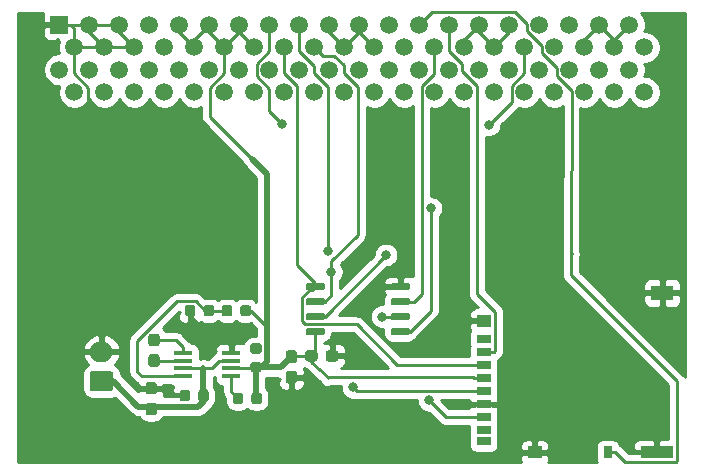
<source format=gbr>
G04 #@! TF.GenerationSoftware,KiCad,Pcbnew,(5.1.5)-3*
G04 #@! TF.CreationDate,2020-05-22T11:52:53-04:00*
G04 #@! TF.ProjectId,uBit_carrier,75426974-5f63-4617-9272-6965722e6b69,rev?*
G04 #@! TF.SameCoordinates,Original*
G04 #@! TF.FileFunction,Copper,L1,Top*
G04 #@! TF.FilePolarity,Positive*
%FSLAX46Y46*%
G04 Gerber Fmt 4.6, Leading zero omitted, Abs format (unit mm)*
G04 Created by KiCad (PCBNEW (5.1.5)-3) date 2020-05-22 11:52:53*
%MOMM*%
%LPD*%
G04 APERTURE LIST*
%ADD10R,1.524000X0.457200*%
%ADD11C,0.100000*%
%ADD12R,1.900000X1.300000*%
%ADD13R,2.800000X1.000000*%
%ADD14R,0.800000X1.000000*%
%ADD15R,1.200000X1.000000*%
%ADD16R,1.200000X0.700000*%
%ADD17O,2.000000X1.700000*%
%ADD18C,1.500000*%
%ADD19R,1.500000X1.500000*%
%ADD20C,0.800000*%
%ADD21C,0.250000*%
%ADD22C,0.500000*%
%ADD23C,0.254000*%
G04 APERTURE END LIST*
D10*
X157416500Y-105546799D03*
X157416500Y-104896801D03*
X157416500Y-104246799D03*
X157416500Y-103596801D03*
X161505900Y-103596801D03*
X161505900Y-104246799D03*
X161505900Y-104896801D03*
X161505900Y-105546799D03*
G04 #@! TA.AperFunction,SMDPad,CuDef*
D11*
G36*
X163879791Y-106980753D02*
G01*
X163901026Y-106983903D01*
X163921850Y-106989119D01*
X163942062Y-106996351D01*
X163961468Y-107005530D01*
X163979881Y-107016566D01*
X163997124Y-107029354D01*
X164013030Y-107043770D01*
X164027446Y-107059676D01*
X164040234Y-107076919D01*
X164051270Y-107095332D01*
X164060449Y-107114738D01*
X164067681Y-107134950D01*
X164072897Y-107155774D01*
X164076047Y-107177009D01*
X164077100Y-107198450D01*
X164077100Y-107710950D01*
X164076047Y-107732391D01*
X164072897Y-107753626D01*
X164067681Y-107774450D01*
X164060449Y-107794662D01*
X164051270Y-107814068D01*
X164040234Y-107832481D01*
X164027446Y-107849724D01*
X164013030Y-107865630D01*
X163997124Y-107880046D01*
X163979881Y-107892834D01*
X163961468Y-107903870D01*
X163942062Y-107913049D01*
X163921850Y-107920281D01*
X163901026Y-107925497D01*
X163879791Y-107928647D01*
X163858350Y-107929700D01*
X163420850Y-107929700D01*
X163399409Y-107928647D01*
X163378174Y-107925497D01*
X163357350Y-107920281D01*
X163337138Y-107913049D01*
X163317732Y-107903870D01*
X163299319Y-107892834D01*
X163282076Y-107880046D01*
X163266170Y-107865630D01*
X163251754Y-107849724D01*
X163238966Y-107832481D01*
X163227930Y-107814068D01*
X163218751Y-107794662D01*
X163211519Y-107774450D01*
X163206303Y-107753626D01*
X163203153Y-107732391D01*
X163202100Y-107710950D01*
X163202100Y-107198450D01*
X163203153Y-107177009D01*
X163206303Y-107155774D01*
X163211519Y-107134950D01*
X163218751Y-107114738D01*
X163227930Y-107095332D01*
X163238966Y-107076919D01*
X163251754Y-107059676D01*
X163266170Y-107043770D01*
X163282076Y-107029354D01*
X163299319Y-107016566D01*
X163317732Y-107005530D01*
X163337138Y-106996351D01*
X163357350Y-106989119D01*
X163378174Y-106983903D01*
X163399409Y-106980753D01*
X163420850Y-106979700D01*
X163858350Y-106979700D01*
X163879791Y-106980753D01*
G37*
G04 #@! TD.AperFunction*
G04 #@! TA.AperFunction,SMDPad,CuDef*
G36*
X162304791Y-106980753D02*
G01*
X162326026Y-106983903D01*
X162346850Y-106989119D01*
X162367062Y-106996351D01*
X162386468Y-107005530D01*
X162404881Y-107016566D01*
X162422124Y-107029354D01*
X162438030Y-107043770D01*
X162452446Y-107059676D01*
X162465234Y-107076919D01*
X162476270Y-107095332D01*
X162485449Y-107114738D01*
X162492681Y-107134950D01*
X162497897Y-107155774D01*
X162501047Y-107177009D01*
X162502100Y-107198450D01*
X162502100Y-107710950D01*
X162501047Y-107732391D01*
X162497897Y-107753626D01*
X162492681Y-107774450D01*
X162485449Y-107794662D01*
X162476270Y-107814068D01*
X162465234Y-107832481D01*
X162452446Y-107849724D01*
X162438030Y-107865630D01*
X162422124Y-107880046D01*
X162404881Y-107892834D01*
X162386468Y-107903870D01*
X162367062Y-107913049D01*
X162346850Y-107920281D01*
X162326026Y-107925497D01*
X162304791Y-107928647D01*
X162283350Y-107929700D01*
X161845850Y-107929700D01*
X161824409Y-107928647D01*
X161803174Y-107925497D01*
X161782350Y-107920281D01*
X161762138Y-107913049D01*
X161742732Y-107903870D01*
X161724319Y-107892834D01*
X161707076Y-107880046D01*
X161691170Y-107865630D01*
X161676754Y-107849724D01*
X161663966Y-107832481D01*
X161652930Y-107814068D01*
X161643751Y-107794662D01*
X161636519Y-107774450D01*
X161631303Y-107753626D01*
X161628153Y-107732391D01*
X161627100Y-107710950D01*
X161627100Y-107198450D01*
X161628153Y-107177009D01*
X161631303Y-107155774D01*
X161636519Y-107134950D01*
X161643751Y-107114738D01*
X161652930Y-107095332D01*
X161663966Y-107076919D01*
X161676754Y-107059676D01*
X161691170Y-107043770D01*
X161707076Y-107029354D01*
X161724319Y-107016566D01*
X161742732Y-107005530D01*
X161762138Y-106996351D01*
X161782350Y-106989119D01*
X161803174Y-106983903D01*
X161824409Y-106980753D01*
X161845850Y-106979700D01*
X162283350Y-106979700D01*
X162304791Y-106980753D01*
G37*
G04 #@! TD.AperFunction*
G04 #@! TA.AperFunction,SMDPad,CuDef*
G36*
X158266191Y-99551253D02*
G01*
X158287426Y-99554403D01*
X158308250Y-99559619D01*
X158328462Y-99566851D01*
X158347868Y-99576030D01*
X158366281Y-99587066D01*
X158383524Y-99599854D01*
X158399430Y-99614270D01*
X158413846Y-99630176D01*
X158426634Y-99647419D01*
X158437670Y-99665832D01*
X158446849Y-99685238D01*
X158454081Y-99705450D01*
X158459297Y-99726274D01*
X158462447Y-99747509D01*
X158463500Y-99768950D01*
X158463500Y-100281450D01*
X158462447Y-100302891D01*
X158459297Y-100324126D01*
X158454081Y-100344950D01*
X158446849Y-100365162D01*
X158437670Y-100384568D01*
X158426634Y-100402981D01*
X158413846Y-100420224D01*
X158399430Y-100436130D01*
X158383524Y-100450546D01*
X158366281Y-100463334D01*
X158347868Y-100474370D01*
X158328462Y-100483549D01*
X158308250Y-100490781D01*
X158287426Y-100495997D01*
X158266191Y-100499147D01*
X158244750Y-100500200D01*
X157807250Y-100500200D01*
X157785809Y-100499147D01*
X157764574Y-100495997D01*
X157743750Y-100490781D01*
X157723538Y-100483549D01*
X157704132Y-100474370D01*
X157685719Y-100463334D01*
X157668476Y-100450546D01*
X157652570Y-100436130D01*
X157638154Y-100420224D01*
X157625366Y-100402981D01*
X157614330Y-100384568D01*
X157605151Y-100365162D01*
X157597919Y-100344950D01*
X157592703Y-100324126D01*
X157589553Y-100302891D01*
X157588500Y-100281450D01*
X157588500Y-99768950D01*
X157589553Y-99747509D01*
X157592703Y-99726274D01*
X157597919Y-99705450D01*
X157605151Y-99685238D01*
X157614330Y-99665832D01*
X157625366Y-99647419D01*
X157638154Y-99630176D01*
X157652570Y-99614270D01*
X157668476Y-99599854D01*
X157685719Y-99587066D01*
X157704132Y-99576030D01*
X157723538Y-99566851D01*
X157743750Y-99559619D01*
X157764574Y-99554403D01*
X157785809Y-99551253D01*
X157807250Y-99550200D01*
X158244750Y-99550200D01*
X158266191Y-99551253D01*
G37*
G04 #@! TD.AperFunction*
G04 #@! TA.AperFunction,SMDPad,CuDef*
G36*
X159841191Y-99551253D02*
G01*
X159862426Y-99554403D01*
X159883250Y-99559619D01*
X159903462Y-99566851D01*
X159922868Y-99576030D01*
X159941281Y-99587066D01*
X159958524Y-99599854D01*
X159974430Y-99614270D01*
X159988846Y-99630176D01*
X160001634Y-99647419D01*
X160012670Y-99665832D01*
X160021849Y-99685238D01*
X160029081Y-99705450D01*
X160034297Y-99726274D01*
X160037447Y-99747509D01*
X160038500Y-99768950D01*
X160038500Y-100281450D01*
X160037447Y-100302891D01*
X160034297Y-100324126D01*
X160029081Y-100344950D01*
X160021849Y-100365162D01*
X160012670Y-100384568D01*
X160001634Y-100402981D01*
X159988846Y-100420224D01*
X159974430Y-100436130D01*
X159958524Y-100450546D01*
X159941281Y-100463334D01*
X159922868Y-100474370D01*
X159903462Y-100483549D01*
X159883250Y-100490781D01*
X159862426Y-100495997D01*
X159841191Y-100499147D01*
X159819750Y-100500200D01*
X159382250Y-100500200D01*
X159360809Y-100499147D01*
X159339574Y-100495997D01*
X159318750Y-100490781D01*
X159298538Y-100483549D01*
X159279132Y-100474370D01*
X159260719Y-100463334D01*
X159243476Y-100450546D01*
X159227570Y-100436130D01*
X159213154Y-100420224D01*
X159200366Y-100402981D01*
X159189330Y-100384568D01*
X159180151Y-100365162D01*
X159172919Y-100344950D01*
X159167703Y-100324126D01*
X159164553Y-100302891D01*
X159163500Y-100281450D01*
X159163500Y-99768950D01*
X159164553Y-99747509D01*
X159167703Y-99726274D01*
X159172919Y-99705450D01*
X159180151Y-99685238D01*
X159189330Y-99665832D01*
X159200366Y-99647419D01*
X159213154Y-99630176D01*
X159227570Y-99614270D01*
X159243476Y-99599854D01*
X159260719Y-99587066D01*
X159279132Y-99576030D01*
X159298538Y-99566851D01*
X159318750Y-99559619D01*
X159339574Y-99554403D01*
X159360809Y-99551253D01*
X159382250Y-99550200D01*
X159819750Y-99550200D01*
X159841191Y-99551253D01*
G37*
G04 #@! TD.AperFunction*
G04 #@! TA.AperFunction,SMDPad,CuDef*
G36*
X162952691Y-99551253D02*
G01*
X162973926Y-99554403D01*
X162994750Y-99559619D01*
X163014962Y-99566851D01*
X163034368Y-99576030D01*
X163052781Y-99587066D01*
X163070024Y-99599854D01*
X163085930Y-99614270D01*
X163100346Y-99630176D01*
X163113134Y-99647419D01*
X163124170Y-99665832D01*
X163133349Y-99685238D01*
X163140581Y-99705450D01*
X163145797Y-99726274D01*
X163148947Y-99747509D01*
X163150000Y-99768950D01*
X163150000Y-100281450D01*
X163148947Y-100302891D01*
X163145797Y-100324126D01*
X163140581Y-100344950D01*
X163133349Y-100365162D01*
X163124170Y-100384568D01*
X163113134Y-100402981D01*
X163100346Y-100420224D01*
X163085930Y-100436130D01*
X163070024Y-100450546D01*
X163052781Y-100463334D01*
X163034368Y-100474370D01*
X163014962Y-100483549D01*
X162994750Y-100490781D01*
X162973926Y-100495997D01*
X162952691Y-100499147D01*
X162931250Y-100500200D01*
X162493750Y-100500200D01*
X162472309Y-100499147D01*
X162451074Y-100495997D01*
X162430250Y-100490781D01*
X162410038Y-100483549D01*
X162390632Y-100474370D01*
X162372219Y-100463334D01*
X162354976Y-100450546D01*
X162339070Y-100436130D01*
X162324654Y-100420224D01*
X162311866Y-100402981D01*
X162300830Y-100384568D01*
X162291651Y-100365162D01*
X162284419Y-100344950D01*
X162279203Y-100324126D01*
X162276053Y-100302891D01*
X162275000Y-100281450D01*
X162275000Y-99768950D01*
X162276053Y-99747509D01*
X162279203Y-99726274D01*
X162284419Y-99705450D01*
X162291651Y-99685238D01*
X162300830Y-99665832D01*
X162311866Y-99647419D01*
X162324654Y-99630176D01*
X162339070Y-99614270D01*
X162354976Y-99599854D01*
X162372219Y-99587066D01*
X162390632Y-99576030D01*
X162410038Y-99566851D01*
X162430250Y-99559619D01*
X162451074Y-99554403D01*
X162472309Y-99551253D01*
X162493750Y-99550200D01*
X162931250Y-99550200D01*
X162952691Y-99551253D01*
G37*
G04 #@! TD.AperFunction*
G04 #@! TA.AperFunction,SMDPad,CuDef*
G36*
X161377691Y-99551253D02*
G01*
X161398926Y-99554403D01*
X161419750Y-99559619D01*
X161439962Y-99566851D01*
X161459368Y-99576030D01*
X161477781Y-99587066D01*
X161495024Y-99599854D01*
X161510930Y-99614270D01*
X161525346Y-99630176D01*
X161538134Y-99647419D01*
X161549170Y-99665832D01*
X161558349Y-99685238D01*
X161565581Y-99705450D01*
X161570797Y-99726274D01*
X161573947Y-99747509D01*
X161575000Y-99768950D01*
X161575000Y-100281450D01*
X161573947Y-100302891D01*
X161570797Y-100324126D01*
X161565581Y-100344950D01*
X161558349Y-100365162D01*
X161549170Y-100384568D01*
X161538134Y-100402981D01*
X161525346Y-100420224D01*
X161510930Y-100436130D01*
X161495024Y-100450546D01*
X161477781Y-100463334D01*
X161459368Y-100474370D01*
X161439962Y-100483549D01*
X161419750Y-100490781D01*
X161398926Y-100495997D01*
X161377691Y-100499147D01*
X161356250Y-100500200D01*
X160918750Y-100500200D01*
X160897309Y-100499147D01*
X160876074Y-100495997D01*
X160855250Y-100490781D01*
X160835038Y-100483549D01*
X160815632Y-100474370D01*
X160797219Y-100463334D01*
X160779976Y-100450546D01*
X160764070Y-100436130D01*
X160749654Y-100420224D01*
X160736866Y-100402981D01*
X160725830Y-100384568D01*
X160716651Y-100365162D01*
X160709419Y-100344950D01*
X160704203Y-100324126D01*
X160701053Y-100302891D01*
X160700000Y-100281450D01*
X160700000Y-99768950D01*
X160701053Y-99747509D01*
X160704203Y-99726274D01*
X160709419Y-99705450D01*
X160716651Y-99685238D01*
X160725830Y-99665832D01*
X160736866Y-99647419D01*
X160749654Y-99630176D01*
X160764070Y-99614270D01*
X160779976Y-99599854D01*
X160797219Y-99587066D01*
X160815632Y-99576030D01*
X160835038Y-99566851D01*
X160855250Y-99559619D01*
X160876074Y-99554403D01*
X160897309Y-99551253D01*
X160918750Y-99550200D01*
X161356250Y-99550200D01*
X161377691Y-99551253D01*
G37*
G04 #@! TD.AperFunction*
G04 #@! TA.AperFunction,SMDPad,CuDef*
G36*
X159383991Y-106739453D02*
G01*
X159405226Y-106742603D01*
X159426050Y-106747819D01*
X159446262Y-106755051D01*
X159465668Y-106764230D01*
X159484081Y-106775266D01*
X159501324Y-106788054D01*
X159517230Y-106802470D01*
X159531646Y-106818376D01*
X159544434Y-106835619D01*
X159555470Y-106854032D01*
X159564649Y-106873438D01*
X159571881Y-106893650D01*
X159577097Y-106914474D01*
X159580247Y-106935709D01*
X159581300Y-106957150D01*
X159581300Y-107469650D01*
X159580247Y-107491091D01*
X159577097Y-107512326D01*
X159571881Y-107533150D01*
X159564649Y-107553362D01*
X159555470Y-107572768D01*
X159544434Y-107591181D01*
X159531646Y-107608424D01*
X159517230Y-107624330D01*
X159501324Y-107638746D01*
X159484081Y-107651534D01*
X159465668Y-107662570D01*
X159446262Y-107671749D01*
X159426050Y-107678981D01*
X159405226Y-107684197D01*
X159383991Y-107687347D01*
X159362550Y-107688400D01*
X158925050Y-107688400D01*
X158903609Y-107687347D01*
X158882374Y-107684197D01*
X158861550Y-107678981D01*
X158841338Y-107671749D01*
X158821932Y-107662570D01*
X158803519Y-107651534D01*
X158786276Y-107638746D01*
X158770370Y-107624330D01*
X158755954Y-107608424D01*
X158743166Y-107591181D01*
X158732130Y-107572768D01*
X158722951Y-107553362D01*
X158715719Y-107533150D01*
X158710503Y-107512326D01*
X158707353Y-107491091D01*
X158706300Y-107469650D01*
X158706300Y-106957150D01*
X158707353Y-106935709D01*
X158710503Y-106914474D01*
X158715719Y-106893650D01*
X158722951Y-106873438D01*
X158732130Y-106854032D01*
X158743166Y-106835619D01*
X158755954Y-106818376D01*
X158770370Y-106802470D01*
X158786276Y-106788054D01*
X158803519Y-106775266D01*
X158821932Y-106764230D01*
X158841338Y-106755051D01*
X158861550Y-106747819D01*
X158882374Y-106742603D01*
X158903609Y-106739453D01*
X158925050Y-106738400D01*
X159362550Y-106738400D01*
X159383991Y-106739453D01*
G37*
G04 #@! TD.AperFunction*
G04 #@! TA.AperFunction,SMDPad,CuDef*
G36*
X157808991Y-106739453D02*
G01*
X157830226Y-106742603D01*
X157851050Y-106747819D01*
X157871262Y-106755051D01*
X157890668Y-106764230D01*
X157909081Y-106775266D01*
X157926324Y-106788054D01*
X157942230Y-106802470D01*
X157956646Y-106818376D01*
X157969434Y-106835619D01*
X157980470Y-106854032D01*
X157989649Y-106873438D01*
X157996881Y-106893650D01*
X158002097Y-106914474D01*
X158005247Y-106935709D01*
X158006300Y-106957150D01*
X158006300Y-107469650D01*
X158005247Y-107491091D01*
X158002097Y-107512326D01*
X157996881Y-107533150D01*
X157989649Y-107553362D01*
X157980470Y-107572768D01*
X157969434Y-107591181D01*
X157956646Y-107608424D01*
X157942230Y-107624330D01*
X157926324Y-107638746D01*
X157909081Y-107651534D01*
X157890668Y-107662570D01*
X157871262Y-107671749D01*
X157851050Y-107678981D01*
X157830226Y-107684197D01*
X157808991Y-107687347D01*
X157787550Y-107688400D01*
X157350050Y-107688400D01*
X157328609Y-107687347D01*
X157307374Y-107684197D01*
X157286550Y-107678981D01*
X157266338Y-107671749D01*
X157246932Y-107662570D01*
X157228519Y-107651534D01*
X157211276Y-107638746D01*
X157195370Y-107624330D01*
X157180954Y-107608424D01*
X157168166Y-107591181D01*
X157157130Y-107572768D01*
X157147951Y-107553362D01*
X157140719Y-107533150D01*
X157135503Y-107512326D01*
X157132353Y-107491091D01*
X157131300Y-107469650D01*
X157131300Y-106957150D01*
X157132353Y-106935709D01*
X157135503Y-106914474D01*
X157140719Y-106893650D01*
X157147951Y-106873438D01*
X157157130Y-106854032D01*
X157168166Y-106835619D01*
X157180954Y-106818376D01*
X157195370Y-106802470D01*
X157211276Y-106788054D01*
X157228519Y-106775266D01*
X157246932Y-106764230D01*
X157266338Y-106755051D01*
X157286550Y-106747819D01*
X157307374Y-106742603D01*
X157328609Y-106739453D01*
X157350050Y-106738400D01*
X157787550Y-106738400D01*
X157808991Y-106739453D01*
G37*
G04 #@! TD.AperFunction*
G04 #@! TA.AperFunction,SMDPad,CuDef*
G36*
X155213479Y-103716444D02*
G01*
X155236534Y-103719863D01*
X155259143Y-103725527D01*
X155281087Y-103733379D01*
X155302157Y-103743344D01*
X155322148Y-103755326D01*
X155340868Y-103769210D01*
X155358138Y-103784862D01*
X155373790Y-103802132D01*
X155387674Y-103820852D01*
X155399656Y-103840843D01*
X155409621Y-103861913D01*
X155417473Y-103883857D01*
X155423137Y-103906466D01*
X155426556Y-103929521D01*
X155427700Y-103952800D01*
X155427700Y-104527800D01*
X155426556Y-104551079D01*
X155423137Y-104574134D01*
X155417473Y-104596743D01*
X155409621Y-104618687D01*
X155399656Y-104639757D01*
X155387674Y-104659748D01*
X155373790Y-104678468D01*
X155358138Y-104695738D01*
X155340868Y-104711390D01*
X155322148Y-104725274D01*
X155302157Y-104737256D01*
X155281087Y-104747221D01*
X155259143Y-104755073D01*
X155236534Y-104760737D01*
X155213479Y-104764156D01*
X155190200Y-104765300D01*
X154715200Y-104765300D01*
X154691921Y-104764156D01*
X154668866Y-104760737D01*
X154646257Y-104755073D01*
X154624313Y-104747221D01*
X154603243Y-104737256D01*
X154583252Y-104725274D01*
X154564532Y-104711390D01*
X154547262Y-104695738D01*
X154531610Y-104678468D01*
X154517726Y-104659748D01*
X154505744Y-104639757D01*
X154495779Y-104618687D01*
X154487927Y-104596743D01*
X154482263Y-104574134D01*
X154478844Y-104551079D01*
X154477700Y-104527800D01*
X154477700Y-103952800D01*
X154478844Y-103929521D01*
X154482263Y-103906466D01*
X154487927Y-103883857D01*
X154495779Y-103861913D01*
X154505744Y-103840843D01*
X154517726Y-103820852D01*
X154531610Y-103802132D01*
X154547262Y-103784862D01*
X154564532Y-103769210D01*
X154583252Y-103755326D01*
X154603243Y-103743344D01*
X154624313Y-103733379D01*
X154646257Y-103725527D01*
X154668866Y-103719863D01*
X154691921Y-103716444D01*
X154715200Y-103715300D01*
X155190200Y-103715300D01*
X155213479Y-103716444D01*
G37*
G04 #@! TD.AperFunction*
G04 #@! TA.AperFunction,SMDPad,CuDef*
G36*
X155213479Y-101966444D02*
G01*
X155236534Y-101969863D01*
X155259143Y-101975527D01*
X155281087Y-101983379D01*
X155302157Y-101993344D01*
X155322148Y-102005326D01*
X155340868Y-102019210D01*
X155358138Y-102034862D01*
X155373790Y-102052132D01*
X155387674Y-102070852D01*
X155399656Y-102090843D01*
X155409621Y-102111913D01*
X155417473Y-102133857D01*
X155423137Y-102156466D01*
X155426556Y-102179521D01*
X155427700Y-102202800D01*
X155427700Y-102777800D01*
X155426556Y-102801079D01*
X155423137Y-102824134D01*
X155417473Y-102846743D01*
X155409621Y-102868687D01*
X155399656Y-102889757D01*
X155387674Y-102909748D01*
X155373790Y-102928468D01*
X155358138Y-102945738D01*
X155340868Y-102961390D01*
X155322148Y-102975274D01*
X155302157Y-102987256D01*
X155281087Y-102997221D01*
X155259143Y-103005073D01*
X155236534Y-103010737D01*
X155213479Y-103014156D01*
X155190200Y-103015300D01*
X154715200Y-103015300D01*
X154691921Y-103014156D01*
X154668866Y-103010737D01*
X154646257Y-103005073D01*
X154624313Y-102997221D01*
X154603243Y-102987256D01*
X154583252Y-102975274D01*
X154564532Y-102961390D01*
X154547262Y-102945738D01*
X154531610Y-102928468D01*
X154517726Y-102909748D01*
X154505744Y-102889757D01*
X154495779Y-102868687D01*
X154487927Y-102846743D01*
X154482263Y-102824134D01*
X154478844Y-102801079D01*
X154477700Y-102777800D01*
X154477700Y-102202800D01*
X154478844Y-102179521D01*
X154482263Y-102156466D01*
X154487927Y-102133857D01*
X154495779Y-102111913D01*
X154505744Y-102090843D01*
X154517726Y-102070852D01*
X154531610Y-102052132D01*
X154547262Y-102034862D01*
X154564532Y-102019210D01*
X154583252Y-102005326D01*
X154603243Y-101993344D01*
X154624313Y-101983379D01*
X154646257Y-101975527D01*
X154668866Y-101969863D01*
X154691921Y-101966444D01*
X154715200Y-101965300D01*
X155190200Y-101965300D01*
X155213479Y-101966444D01*
G37*
G04 #@! TD.AperFunction*
G04 #@! TA.AperFunction,SMDPad,CuDef*
G36*
X163866391Y-104364053D02*
G01*
X163887626Y-104367203D01*
X163908450Y-104372419D01*
X163928662Y-104379651D01*
X163948068Y-104388830D01*
X163966481Y-104399866D01*
X163983724Y-104412654D01*
X163999630Y-104427070D01*
X164014046Y-104442976D01*
X164026834Y-104460219D01*
X164037870Y-104478632D01*
X164047049Y-104498038D01*
X164054281Y-104518250D01*
X164059497Y-104539074D01*
X164062647Y-104560309D01*
X164063700Y-104581750D01*
X164063700Y-105019250D01*
X164062647Y-105040691D01*
X164059497Y-105061926D01*
X164054281Y-105082750D01*
X164047049Y-105102962D01*
X164037870Y-105122368D01*
X164026834Y-105140781D01*
X164014046Y-105158024D01*
X163999630Y-105173930D01*
X163983724Y-105188346D01*
X163966481Y-105201134D01*
X163948068Y-105212170D01*
X163928662Y-105221349D01*
X163908450Y-105228581D01*
X163887626Y-105233797D01*
X163866391Y-105236947D01*
X163844950Y-105238000D01*
X163332450Y-105238000D01*
X163311009Y-105236947D01*
X163289774Y-105233797D01*
X163268950Y-105228581D01*
X163248738Y-105221349D01*
X163229332Y-105212170D01*
X163210919Y-105201134D01*
X163193676Y-105188346D01*
X163177770Y-105173930D01*
X163163354Y-105158024D01*
X163150566Y-105140781D01*
X163139530Y-105122368D01*
X163130351Y-105102962D01*
X163123119Y-105082750D01*
X163117903Y-105061926D01*
X163114753Y-105040691D01*
X163113700Y-105019250D01*
X163113700Y-104581750D01*
X163114753Y-104560309D01*
X163117903Y-104539074D01*
X163123119Y-104518250D01*
X163130351Y-104498038D01*
X163139530Y-104478632D01*
X163150566Y-104460219D01*
X163163354Y-104442976D01*
X163177770Y-104427070D01*
X163193676Y-104412654D01*
X163210919Y-104399866D01*
X163229332Y-104388830D01*
X163248738Y-104379651D01*
X163268950Y-104372419D01*
X163289774Y-104367203D01*
X163311009Y-104364053D01*
X163332450Y-104363000D01*
X163844950Y-104363000D01*
X163866391Y-104364053D01*
G37*
G04 #@! TD.AperFunction*
G04 #@! TA.AperFunction,SMDPad,CuDef*
G36*
X163866391Y-102789053D02*
G01*
X163887626Y-102792203D01*
X163908450Y-102797419D01*
X163928662Y-102804651D01*
X163948068Y-102813830D01*
X163966481Y-102824866D01*
X163983724Y-102837654D01*
X163999630Y-102852070D01*
X164014046Y-102867976D01*
X164026834Y-102885219D01*
X164037870Y-102903632D01*
X164047049Y-102923038D01*
X164054281Y-102943250D01*
X164059497Y-102964074D01*
X164062647Y-102985309D01*
X164063700Y-103006750D01*
X164063700Y-103444250D01*
X164062647Y-103465691D01*
X164059497Y-103486926D01*
X164054281Y-103507750D01*
X164047049Y-103527962D01*
X164037870Y-103547368D01*
X164026834Y-103565781D01*
X164014046Y-103583024D01*
X163999630Y-103598930D01*
X163983724Y-103613346D01*
X163966481Y-103626134D01*
X163948068Y-103637170D01*
X163928662Y-103646349D01*
X163908450Y-103653581D01*
X163887626Y-103658797D01*
X163866391Y-103661947D01*
X163844950Y-103663000D01*
X163332450Y-103663000D01*
X163311009Y-103661947D01*
X163289774Y-103658797D01*
X163268950Y-103653581D01*
X163248738Y-103646349D01*
X163229332Y-103637170D01*
X163210919Y-103626134D01*
X163193676Y-103613346D01*
X163177770Y-103598930D01*
X163163354Y-103583024D01*
X163150566Y-103565781D01*
X163139530Y-103547368D01*
X163130351Y-103527962D01*
X163123119Y-103507750D01*
X163117903Y-103486926D01*
X163114753Y-103465691D01*
X163113700Y-103444250D01*
X163113700Y-103006750D01*
X163114753Y-102985309D01*
X163117903Y-102964074D01*
X163123119Y-102943250D01*
X163130351Y-102923038D01*
X163139530Y-102903632D01*
X163150566Y-102885219D01*
X163163354Y-102867976D01*
X163177770Y-102852070D01*
X163193676Y-102837654D01*
X163210919Y-102824866D01*
X163229332Y-102813830D01*
X163248738Y-102804651D01*
X163268950Y-102797419D01*
X163289774Y-102792203D01*
X163311009Y-102789053D01*
X163332450Y-102788000D01*
X163844950Y-102788000D01*
X163866391Y-102789053D01*
G37*
G04 #@! TD.AperFunction*
D12*
X197975000Y-98525000D03*
D13*
X197525000Y-112025000D03*
D14*
X193375000Y-112025000D03*
D15*
X187175000Y-112025000D03*
X182875000Y-100875000D03*
D16*
X182875000Y-109025000D03*
X182875000Y-107925000D03*
X182875000Y-106825000D03*
X182875000Y-105725000D03*
X182875000Y-104625000D03*
X182875000Y-103525000D03*
X182875000Y-102425000D03*
X182875000Y-110125000D03*
X182875000Y-111075000D03*
G04 #@! TA.AperFunction,SMDPad,CuDef*
D11*
G36*
X154972179Y-107818544D02*
G01*
X154995234Y-107821963D01*
X155017843Y-107827627D01*
X155039787Y-107835479D01*
X155060857Y-107845444D01*
X155080848Y-107857426D01*
X155099568Y-107871310D01*
X155116838Y-107886962D01*
X155132490Y-107904232D01*
X155146374Y-107922952D01*
X155158356Y-107942943D01*
X155168321Y-107964013D01*
X155176173Y-107985957D01*
X155181837Y-108008566D01*
X155185256Y-108031621D01*
X155186400Y-108054900D01*
X155186400Y-108629900D01*
X155185256Y-108653179D01*
X155181837Y-108676234D01*
X155176173Y-108698843D01*
X155168321Y-108720787D01*
X155158356Y-108741857D01*
X155146374Y-108761848D01*
X155132490Y-108780568D01*
X155116838Y-108797838D01*
X155099568Y-108813490D01*
X155080848Y-108827374D01*
X155060857Y-108839356D01*
X155039787Y-108849321D01*
X155017843Y-108857173D01*
X154995234Y-108862837D01*
X154972179Y-108866256D01*
X154948900Y-108867400D01*
X154473900Y-108867400D01*
X154450621Y-108866256D01*
X154427566Y-108862837D01*
X154404957Y-108857173D01*
X154383013Y-108849321D01*
X154361943Y-108839356D01*
X154341952Y-108827374D01*
X154323232Y-108813490D01*
X154305962Y-108797838D01*
X154290310Y-108780568D01*
X154276426Y-108761848D01*
X154264444Y-108741857D01*
X154254479Y-108720787D01*
X154246627Y-108698843D01*
X154240963Y-108676234D01*
X154237544Y-108653179D01*
X154236400Y-108629900D01*
X154236400Y-108054900D01*
X154237544Y-108031621D01*
X154240963Y-108008566D01*
X154246627Y-107985957D01*
X154254479Y-107964013D01*
X154264444Y-107942943D01*
X154276426Y-107922952D01*
X154290310Y-107904232D01*
X154305962Y-107886962D01*
X154323232Y-107871310D01*
X154341952Y-107857426D01*
X154361943Y-107845444D01*
X154383013Y-107835479D01*
X154404957Y-107827627D01*
X154427566Y-107821963D01*
X154450621Y-107818544D01*
X154473900Y-107817400D01*
X154948900Y-107817400D01*
X154972179Y-107818544D01*
G37*
G04 #@! TD.AperFunction*
G04 #@! TA.AperFunction,SMDPad,CuDef*
G36*
X154972179Y-106068544D02*
G01*
X154995234Y-106071963D01*
X155017843Y-106077627D01*
X155039787Y-106085479D01*
X155060857Y-106095444D01*
X155080848Y-106107426D01*
X155099568Y-106121310D01*
X155116838Y-106136962D01*
X155132490Y-106154232D01*
X155146374Y-106172952D01*
X155158356Y-106192943D01*
X155168321Y-106214013D01*
X155176173Y-106235957D01*
X155181837Y-106258566D01*
X155185256Y-106281621D01*
X155186400Y-106304900D01*
X155186400Y-106879900D01*
X155185256Y-106903179D01*
X155181837Y-106926234D01*
X155176173Y-106948843D01*
X155168321Y-106970787D01*
X155158356Y-106991857D01*
X155146374Y-107011848D01*
X155132490Y-107030568D01*
X155116838Y-107047838D01*
X155099568Y-107063490D01*
X155080848Y-107077374D01*
X155060857Y-107089356D01*
X155039787Y-107099321D01*
X155017843Y-107107173D01*
X154995234Y-107112837D01*
X154972179Y-107116256D01*
X154948900Y-107117400D01*
X154473900Y-107117400D01*
X154450621Y-107116256D01*
X154427566Y-107112837D01*
X154404957Y-107107173D01*
X154383013Y-107099321D01*
X154361943Y-107089356D01*
X154341952Y-107077374D01*
X154323232Y-107063490D01*
X154305962Y-107047838D01*
X154290310Y-107030568D01*
X154276426Y-107011848D01*
X154264444Y-106991857D01*
X154254479Y-106970787D01*
X154246627Y-106948843D01*
X154240963Y-106926234D01*
X154237544Y-106903179D01*
X154236400Y-106879900D01*
X154236400Y-106304900D01*
X154237544Y-106281621D01*
X154240963Y-106258566D01*
X154246627Y-106235957D01*
X154254479Y-106214013D01*
X154264444Y-106192943D01*
X154276426Y-106172952D01*
X154290310Y-106154232D01*
X154305962Y-106136962D01*
X154323232Y-106121310D01*
X154341952Y-106107426D01*
X154361943Y-106095444D01*
X154383013Y-106085479D01*
X154404957Y-106077627D01*
X154427566Y-106071963D01*
X154450621Y-106068544D01*
X154473900Y-106067400D01*
X154948900Y-106067400D01*
X154972179Y-106068544D01*
G37*
G04 #@! TD.AperFunction*
G04 #@! TA.AperFunction,SMDPad,CuDef*
G36*
X169264703Y-101505722D02*
G01*
X169279264Y-101507882D01*
X169293543Y-101511459D01*
X169307403Y-101516418D01*
X169320710Y-101522712D01*
X169333336Y-101530280D01*
X169345159Y-101539048D01*
X169356066Y-101548934D01*
X169365952Y-101559841D01*
X169374720Y-101571664D01*
X169382288Y-101584290D01*
X169388582Y-101597597D01*
X169393541Y-101611457D01*
X169397118Y-101625736D01*
X169399278Y-101640297D01*
X169400000Y-101655000D01*
X169400000Y-101955000D01*
X169399278Y-101969703D01*
X169397118Y-101984264D01*
X169393541Y-101998543D01*
X169388582Y-102012403D01*
X169382288Y-102025710D01*
X169374720Y-102038336D01*
X169365952Y-102050159D01*
X169356066Y-102061066D01*
X169345159Y-102070952D01*
X169333336Y-102079720D01*
X169320710Y-102087288D01*
X169307403Y-102093582D01*
X169293543Y-102098541D01*
X169279264Y-102102118D01*
X169264703Y-102104278D01*
X169250000Y-102105000D01*
X167950000Y-102105000D01*
X167935297Y-102104278D01*
X167920736Y-102102118D01*
X167906457Y-102098541D01*
X167892597Y-102093582D01*
X167879290Y-102087288D01*
X167866664Y-102079720D01*
X167854841Y-102070952D01*
X167843934Y-102061066D01*
X167834048Y-102050159D01*
X167825280Y-102038336D01*
X167817712Y-102025710D01*
X167811418Y-102012403D01*
X167806459Y-101998543D01*
X167802882Y-101984264D01*
X167800722Y-101969703D01*
X167800000Y-101955000D01*
X167800000Y-101655000D01*
X167800722Y-101640297D01*
X167802882Y-101625736D01*
X167806459Y-101611457D01*
X167811418Y-101597597D01*
X167817712Y-101584290D01*
X167825280Y-101571664D01*
X167834048Y-101559841D01*
X167843934Y-101548934D01*
X167854841Y-101539048D01*
X167866664Y-101530280D01*
X167879290Y-101522712D01*
X167892597Y-101516418D01*
X167906457Y-101511459D01*
X167920736Y-101507882D01*
X167935297Y-101505722D01*
X167950000Y-101505000D01*
X169250000Y-101505000D01*
X169264703Y-101505722D01*
G37*
G04 #@! TD.AperFunction*
G04 #@! TA.AperFunction,SMDPad,CuDef*
G36*
X169264703Y-100235722D02*
G01*
X169279264Y-100237882D01*
X169293543Y-100241459D01*
X169307403Y-100246418D01*
X169320710Y-100252712D01*
X169333336Y-100260280D01*
X169345159Y-100269048D01*
X169356066Y-100278934D01*
X169365952Y-100289841D01*
X169374720Y-100301664D01*
X169382288Y-100314290D01*
X169388582Y-100327597D01*
X169393541Y-100341457D01*
X169397118Y-100355736D01*
X169399278Y-100370297D01*
X169400000Y-100385000D01*
X169400000Y-100685000D01*
X169399278Y-100699703D01*
X169397118Y-100714264D01*
X169393541Y-100728543D01*
X169388582Y-100742403D01*
X169382288Y-100755710D01*
X169374720Y-100768336D01*
X169365952Y-100780159D01*
X169356066Y-100791066D01*
X169345159Y-100800952D01*
X169333336Y-100809720D01*
X169320710Y-100817288D01*
X169307403Y-100823582D01*
X169293543Y-100828541D01*
X169279264Y-100832118D01*
X169264703Y-100834278D01*
X169250000Y-100835000D01*
X167950000Y-100835000D01*
X167935297Y-100834278D01*
X167920736Y-100832118D01*
X167906457Y-100828541D01*
X167892597Y-100823582D01*
X167879290Y-100817288D01*
X167866664Y-100809720D01*
X167854841Y-100800952D01*
X167843934Y-100791066D01*
X167834048Y-100780159D01*
X167825280Y-100768336D01*
X167817712Y-100755710D01*
X167811418Y-100742403D01*
X167806459Y-100728543D01*
X167802882Y-100714264D01*
X167800722Y-100699703D01*
X167800000Y-100685000D01*
X167800000Y-100385000D01*
X167800722Y-100370297D01*
X167802882Y-100355736D01*
X167806459Y-100341457D01*
X167811418Y-100327597D01*
X167817712Y-100314290D01*
X167825280Y-100301664D01*
X167834048Y-100289841D01*
X167843934Y-100278934D01*
X167854841Y-100269048D01*
X167866664Y-100260280D01*
X167879290Y-100252712D01*
X167892597Y-100246418D01*
X167906457Y-100241459D01*
X167920736Y-100237882D01*
X167935297Y-100235722D01*
X167950000Y-100235000D01*
X169250000Y-100235000D01*
X169264703Y-100235722D01*
G37*
G04 #@! TD.AperFunction*
G04 #@! TA.AperFunction,SMDPad,CuDef*
G36*
X169264703Y-98965722D02*
G01*
X169279264Y-98967882D01*
X169293543Y-98971459D01*
X169307403Y-98976418D01*
X169320710Y-98982712D01*
X169333336Y-98990280D01*
X169345159Y-98999048D01*
X169356066Y-99008934D01*
X169365952Y-99019841D01*
X169374720Y-99031664D01*
X169382288Y-99044290D01*
X169388582Y-99057597D01*
X169393541Y-99071457D01*
X169397118Y-99085736D01*
X169399278Y-99100297D01*
X169400000Y-99115000D01*
X169400000Y-99415000D01*
X169399278Y-99429703D01*
X169397118Y-99444264D01*
X169393541Y-99458543D01*
X169388582Y-99472403D01*
X169382288Y-99485710D01*
X169374720Y-99498336D01*
X169365952Y-99510159D01*
X169356066Y-99521066D01*
X169345159Y-99530952D01*
X169333336Y-99539720D01*
X169320710Y-99547288D01*
X169307403Y-99553582D01*
X169293543Y-99558541D01*
X169279264Y-99562118D01*
X169264703Y-99564278D01*
X169250000Y-99565000D01*
X167950000Y-99565000D01*
X167935297Y-99564278D01*
X167920736Y-99562118D01*
X167906457Y-99558541D01*
X167892597Y-99553582D01*
X167879290Y-99547288D01*
X167866664Y-99539720D01*
X167854841Y-99530952D01*
X167843934Y-99521066D01*
X167834048Y-99510159D01*
X167825280Y-99498336D01*
X167817712Y-99485710D01*
X167811418Y-99472403D01*
X167806459Y-99458543D01*
X167802882Y-99444264D01*
X167800722Y-99429703D01*
X167800000Y-99415000D01*
X167800000Y-99115000D01*
X167800722Y-99100297D01*
X167802882Y-99085736D01*
X167806459Y-99071457D01*
X167811418Y-99057597D01*
X167817712Y-99044290D01*
X167825280Y-99031664D01*
X167834048Y-99019841D01*
X167843934Y-99008934D01*
X167854841Y-98999048D01*
X167866664Y-98990280D01*
X167879290Y-98982712D01*
X167892597Y-98976418D01*
X167906457Y-98971459D01*
X167920736Y-98967882D01*
X167935297Y-98965722D01*
X167950000Y-98965000D01*
X169250000Y-98965000D01*
X169264703Y-98965722D01*
G37*
G04 #@! TD.AperFunction*
G04 #@! TA.AperFunction,SMDPad,CuDef*
G36*
X169264703Y-97695722D02*
G01*
X169279264Y-97697882D01*
X169293543Y-97701459D01*
X169307403Y-97706418D01*
X169320710Y-97712712D01*
X169333336Y-97720280D01*
X169345159Y-97729048D01*
X169356066Y-97738934D01*
X169365952Y-97749841D01*
X169374720Y-97761664D01*
X169382288Y-97774290D01*
X169388582Y-97787597D01*
X169393541Y-97801457D01*
X169397118Y-97815736D01*
X169399278Y-97830297D01*
X169400000Y-97845000D01*
X169400000Y-98145000D01*
X169399278Y-98159703D01*
X169397118Y-98174264D01*
X169393541Y-98188543D01*
X169388582Y-98202403D01*
X169382288Y-98215710D01*
X169374720Y-98228336D01*
X169365952Y-98240159D01*
X169356066Y-98251066D01*
X169345159Y-98260952D01*
X169333336Y-98269720D01*
X169320710Y-98277288D01*
X169307403Y-98283582D01*
X169293543Y-98288541D01*
X169279264Y-98292118D01*
X169264703Y-98294278D01*
X169250000Y-98295000D01*
X167950000Y-98295000D01*
X167935297Y-98294278D01*
X167920736Y-98292118D01*
X167906457Y-98288541D01*
X167892597Y-98283582D01*
X167879290Y-98277288D01*
X167866664Y-98269720D01*
X167854841Y-98260952D01*
X167843934Y-98251066D01*
X167834048Y-98240159D01*
X167825280Y-98228336D01*
X167817712Y-98215710D01*
X167811418Y-98202403D01*
X167806459Y-98188543D01*
X167802882Y-98174264D01*
X167800722Y-98159703D01*
X167800000Y-98145000D01*
X167800000Y-97845000D01*
X167800722Y-97830297D01*
X167802882Y-97815736D01*
X167806459Y-97801457D01*
X167811418Y-97787597D01*
X167817712Y-97774290D01*
X167825280Y-97761664D01*
X167834048Y-97749841D01*
X167843934Y-97738934D01*
X167854841Y-97729048D01*
X167866664Y-97720280D01*
X167879290Y-97712712D01*
X167892597Y-97706418D01*
X167906457Y-97701459D01*
X167920736Y-97697882D01*
X167935297Y-97695722D01*
X167950000Y-97695000D01*
X169250000Y-97695000D01*
X169264703Y-97695722D01*
G37*
G04 #@! TD.AperFunction*
G04 #@! TA.AperFunction,SMDPad,CuDef*
G36*
X176464703Y-97695722D02*
G01*
X176479264Y-97697882D01*
X176493543Y-97701459D01*
X176507403Y-97706418D01*
X176520710Y-97712712D01*
X176533336Y-97720280D01*
X176545159Y-97729048D01*
X176556066Y-97738934D01*
X176565952Y-97749841D01*
X176574720Y-97761664D01*
X176582288Y-97774290D01*
X176588582Y-97787597D01*
X176593541Y-97801457D01*
X176597118Y-97815736D01*
X176599278Y-97830297D01*
X176600000Y-97845000D01*
X176600000Y-98145000D01*
X176599278Y-98159703D01*
X176597118Y-98174264D01*
X176593541Y-98188543D01*
X176588582Y-98202403D01*
X176582288Y-98215710D01*
X176574720Y-98228336D01*
X176565952Y-98240159D01*
X176556066Y-98251066D01*
X176545159Y-98260952D01*
X176533336Y-98269720D01*
X176520710Y-98277288D01*
X176507403Y-98283582D01*
X176493543Y-98288541D01*
X176479264Y-98292118D01*
X176464703Y-98294278D01*
X176450000Y-98295000D01*
X175150000Y-98295000D01*
X175135297Y-98294278D01*
X175120736Y-98292118D01*
X175106457Y-98288541D01*
X175092597Y-98283582D01*
X175079290Y-98277288D01*
X175066664Y-98269720D01*
X175054841Y-98260952D01*
X175043934Y-98251066D01*
X175034048Y-98240159D01*
X175025280Y-98228336D01*
X175017712Y-98215710D01*
X175011418Y-98202403D01*
X175006459Y-98188543D01*
X175002882Y-98174264D01*
X175000722Y-98159703D01*
X175000000Y-98145000D01*
X175000000Y-97845000D01*
X175000722Y-97830297D01*
X175002882Y-97815736D01*
X175006459Y-97801457D01*
X175011418Y-97787597D01*
X175017712Y-97774290D01*
X175025280Y-97761664D01*
X175034048Y-97749841D01*
X175043934Y-97738934D01*
X175054841Y-97729048D01*
X175066664Y-97720280D01*
X175079290Y-97712712D01*
X175092597Y-97706418D01*
X175106457Y-97701459D01*
X175120736Y-97697882D01*
X175135297Y-97695722D01*
X175150000Y-97695000D01*
X176450000Y-97695000D01*
X176464703Y-97695722D01*
G37*
G04 #@! TD.AperFunction*
G04 #@! TA.AperFunction,SMDPad,CuDef*
G36*
X176464703Y-98965722D02*
G01*
X176479264Y-98967882D01*
X176493543Y-98971459D01*
X176507403Y-98976418D01*
X176520710Y-98982712D01*
X176533336Y-98990280D01*
X176545159Y-98999048D01*
X176556066Y-99008934D01*
X176565952Y-99019841D01*
X176574720Y-99031664D01*
X176582288Y-99044290D01*
X176588582Y-99057597D01*
X176593541Y-99071457D01*
X176597118Y-99085736D01*
X176599278Y-99100297D01*
X176600000Y-99115000D01*
X176600000Y-99415000D01*
X176599278Y-99429703D01*
X176597118Y-99444264D01*
X176593541Y-99458543D01*
X176588582Y-99472403D01*
X176582288Y-99485710D01*
X176574720Y-99498336D01*
X176565952Y-99510159D01*
X176556066Y-99521066D01*
X176545159Y-99530952D01*
X176533336Y-99539720D01*
X176520710Y-99547288D01*
X176507403Y-99553582D01*
X176493543Y-99558541D01*
X176479264Y-99562118D01*
X176464703Y-99564278D01*
X176450000Y-99565000D01*
X175150000Y-99565000D01*
X175135297Y-99564278D01*
X175120736Y-99562118D01*
X175106457Y-99558541D01*
X175092597Y-99553582D01*
X175079290Y-99547288D01*
X175066664Y-99539720D01*
X175054841Y-99530952D01*
X175043934Y-99521066D01*
X175034048Y-99510159D01*
X175025280Y-99498336D01*
X175017712Y-99485710D01*
X175011418Y-99472403D01*
X175006459Y-99458543D01*
X175002882Y-99444264D01*
X175000722Y-99429703D01*
X175000000Y-99415000D01*
X175000000Y-99115000D01*
X175000722Y-99100297D01*
X175002882Y-99085736D01*
X175006459Y-99071457D01*
X175011418Y-99057597D01*
X175017712Y-99044290D01*
X175025280Y-99031664D01*
X175034048Y-99019841D01*
X175043934Y-99008934D01*
X175054841Y-98999048D01*
X175066664Y-98990280D01*
X175079290Y-98982712D01*
X175092597Y-98976418D01*
X175106457Y-98971459D01*
X175120736Y-98967882D01*
X175135297Y-98965722D01*
X175150000Y-98965000D01*
X176450000Y-98965000D01*
X176464703Y-98965722D01*
G37*
G04 #@! TD.AperFunction*
G04 #@! TA.AperFunction,SMDPad,CuDef*
G36*
X176464703Y-100235722D02*
G01*
X176479264Y-100237882D01*
X176493543Y-100241459D01*
X176507403Y-100246418D01*
X176520710Y-100252712D01*
X176533336Y-100260280D01*
X176545159Y-100269048D01*
X176556066Y-100278934D01*
X176565952Y-100289841D01*
X176574720Y-100301664D01*
X176582288Y-100314290D01*
X176588582Y-100327597D01*
X176593541Y-100341457D01*
X176597118Y-100355736D01*
X176599278Y-100370297D01*
X176600000Y-100385000D01*
X176600000Y-100685000D01*
X176599278Y-100699703D01*
X176597118Y-100714264D01*
X176593541Y-100728543D01*
X176588582Y-100742403D01*
X176582288Y-100755710D01*
X176574720Y-100768336D01*
X176565952Y-100780159D01*
X176556066Y-100791066D01*
X176545159Y-100800952D01*
X176533336Y-100809720D01*
X176520710Y-100817288D01*
X176507403Y-100823582D01*
X176493543Y-100828541D01*
X176479264Y-100832118D01*
X176464703Y-100834278D01*
X176450000Y-100835000D01*
X175150000Y-100835000D01*
X175135297Y-100834278D01*
X175120736Y-100832118D01*
X175106457Y-100828541D01*
X175092597Y-100823582D01*
X175079290Y-100817288D01*
X175066664Y-100809720D01*
X175054841Y-100800952D01*
X175043934Y-100791066D01*
X175034048Y-100780159D01*
X175025280Y-100768336D01*
X175017712Y-100755710D01*
X175011418Y-100742403D01*
X175006459Y-100728543D01*
X175002882Y-100714264D01*
X175000722Y-100699703D01*
X175000000Y-100685000D01*
X175000000Y-100385000D01*
X175000722Y-100370297D01*
X175002882Y-100355736D01*
X175006459Y-100341457D01*
X175011418Y-100327597D01*
X175017712Y-100314290D01*
X175025280Y-100301664D01*
X175034048Y-100289841D01*
X175043934Y-100278934D01*
X175054841Y-100269048D01*
X175066664Y-100260280D01*
X175079290Y-100252712D01*
X175092597Y-100246418D01*
X175106457Y-100241459D01*
X175120736Y-100237882D01*
X175135297Y-100235722D01*
X175150000Y-100235000D01*
X176450000Y-100235000D01*
X176464703Y-100235722D01*
G37*
G04 #@! TD.AperFunction*
G04 #@! TA.AperFunction,SMDPad,CuDef*
G36*
X176464703Y-101505722D02*
G01*
X176479264Y-101507882D01*
X176493543Y-101511459D01*
X176507403Y-101516418D01*
X176520710Y-101522712D01*
X176533336Y-101530280D01*
X176545159Y-101539048D01*
X176556066Y-101548934D01*
X176565952Y-101559841D01*
X176574720Y-101571664D01*
X176582288Y-101584290D01*
X176588582Y-101597597D01*
X176593541Y-101611457D01*
X176597118Y-101625736D01*
X176599278Y-101640297D01*
X176600000Y-101655000D01*
X176600000Y-101955000D01*
X176599278Y-101969703D01*
X176597118Y-101984264D01*
X176593541Y-101998543D01*
X176588582Y-102012403D01*
X176582288Y-102025710D01*
X176574720Y-102038336D01*
X176565952Y-102050159D01*
X176556066Y-102061066D01*
X176545159Y-102070952D01*
X176533336Y-102079720D01*
X176520710Y-102087288D01*
X176507403Y-102093582D01*
X176493543Y-102098541D01*
X176479264Y-102102118D01*
X176464703Y-102104278D01*
X176450000Y-102105000D01*
X175150000Y-102105000D01*
X175135297Y-102104278D01*
X175120736Y-102102118D01*
X175106457Y-102098541D01*
X175092597Y-102093582D01*
X175079290Y-102087288D01*
X175066664Y-102079720D01*
X175054841Y-102070952D01*
X175043934Y-102061066D01*
X175034048Y-102050159D01*
X175025280Y-102038336D01*
X175017712Y-102025710D01*
X175011418Y-102012403D01*
X175006459Y-101998543D01*
X175002882Y-101984264D01*
X175000722Y-101969703D01*
X175000000Y-101955000D01*
X175000000Y-101655000D01*
X175000722Y-101640297D01*
X175002882Y-101625736D01*
X175006459Y-101611457D01*
X175011418Y-101597597D01*
X175017712Y-101584290D01*
X175025280Y-101571664D01*
X175034048Y-101559841D01*
X175043934Y-101548934D01*
X175054841Y-101539048D01*
X175066664Y-101530280D01*
X175079290Y-101522712D01*
X175092597Y-101516418D01*
X175106457Y-101511459D01*
X175120736Y-101507882D01*
X175135297Y-101505722D01*
X175150000Y-101505000D01*
X176450000Y-101505000D01*
X176464703Y-101505722D01*
G37*
G04 #@! TD.AperFunction*
D17*
X150500000Y-103500000D03*
G04 #@! TA.AperFunction,ComponentPad*
D11*
G36*
X151274504Y-105151204D02*
G01*
X151298773Y-105154804D01*
X151322571Y-105160765D01*
X151345671Y-105169030D01*
X151367849Y-105179520D01*
X151388893Y-105192133D01*
X151408598Y-105206747D01*
X151426777Y-105223223D01*
X151443253Y-105241402D01*
X151457867Y-105261107D01*
X151470480Y-105282151D01*
X151480970Y-105304329D01*
X151489235Y-105327429D01*
X151495196Y-105351227D01*
X151498796Y-105375496D01*
X151500000Y-105400000D01*
X151500000Y-106600000D01*
X151498796Y-106624504D01*
X151495196Y-106648773D01*
X151489235Y-106672571D01*
X151480970Y-106695671D01*
X151470480Y-106717849D01*
X151457867Y-106738893D01*
X151443253Y-106758598D01*
X151426777Y-106776777D01*
X151408598Y-106793253D01*
X151388893Y-106807867D01*
X151367849Y-106820480D01*
X151345671Y-106830970D01*
X151322571Y-106839235D01*
X151298773Y-106845196D01*
X151274504Y-106848796D01*
X151250000Y-106850000D01*
X149750000Y-106850000D01*
X149725496Y-106848796D01*
X149701227Y-106845196D01*
X149677429Y-106839235D01*
X149654329Y-106830970D01*
X149632151Y-106820480D01*
X149611107Y-106807867D01*
X149591402Y-106793253D01*
X149573223Y-106776777D01*
X149556747Y-106758598D01*
X149542133Y-106738893D01*
X149529520Y-106717849D01*
X149519030Y-106695671D01*
X149510765Y-106672571D01*
X149504804Y-106648773D01*
X149501204Y-106624504D01*
X149500000Y-106600000D01*
X149500000Y-105400000D01*
X149501204Y-105375496D01*
X149504804Y-105351227D01*
X149510765Y-105327429D01*
X149519030Y-105304329D01*
X149529520Y-105282151D01*
X149542133Y-105261107D01*
X149556747Y-105241402D01*
X149573223Y-105223223D01*
X149591402Y-105206747D01*
X149611107Y-105192133D01*
X149632151Y-105179520D01*
X149654329Y-105169030D01*
X149677429Y-105160765D01*
X149701227Y-105154804D01*
X149725496Y-105151204D01*
X149750000Y-105150000D01*
X151250000Y-105150000D01*
X151274504Y-105151204D01*
G37*
G04 #@! TD.AperFunction*
D18*
X196460000Y-81525000D03*
X196460000Y-77725000D03*
X195190000Y-79625000D03*
X195190000Y-75825000D03*
X193920000Y-81525000D03*
X193920000Y-77725000D03*
X192650000Y-79625000D03*
X192650000Y-75825000D03*
X191380000Y-81525000D03*
X191380000Y-77725000D03*
X190110000Y-79625000D03*
X190110000Y-75825000D03*
X188840000Y-81525000D03*
X188840000Y-77725000D03*
X187570000Y-79625000D03*
X187570000Y-75825000D03*
X186300000Y-81525000D03*
X186300000Y-77725000D03*
X185030000Y-79625000D03*
X185030000Y-75825000D03*
X183760000Y-81525000D03*
X183760000Y-77725000D03*
X182490000Y-79625000D03*
X182490000Y-75825000D03*
X181220000Y-81525000D03*
X181220000Y-77725000D03*
X179950000Y-79625000D03*
X179950000Y-75825000D03*
X178680000Y-81525000D03*
X178680000Y-77725000D03*
X177410000Y-79625000D03*
X177410000Y-75825000D03*
X176140000Y-81525000D03*
X176140000Y-77725000D03*
X174870000Y-79625000D03*
X174870000Y-75825000D03*
X173600000Y-81525000D03*
X173600000Y-77725000D03*
X172330000Y-79625000D03*
X172330000Y-75825000D03*
X171060000Y-81525000D03*
X171060000Y-77725000D03*
X169790000Y-79625000D03*
X169790000Y-75825000D03*
X168520000Y-81525000D03*
X168520000Y-77725000D03*
X167250000Y-79625000D03*
X167250000Y-75825000D03*
X165980000Y-81525000D03*
X165980000Y-77725000D03*
X164710000Y-79625000D03*
X164710000Y-75825000D03*
X163440000Y-81525000D03*
X163440000Y-77725000D03*
X162170000Y-79625000D03*
X162170000Y-75825000D03*
X160900000Y-81525000D03*
X160900000Y-77725000D03*
X159630000Y-79625000D03*
X159630000Y-75825000D03*
X158360000Y-81525000D03*
X158360000Y-77725000D03*
X157090000Y-79625000D03*
X157090000Y-75825000D03*
X155820000Y-81525000D03*
X155820000Y-77725000D03*
X154550000Y-79625000D03*
X154550000Y-75825000D03*
X153280000Y-81525000D03*
X153280000Y-77725000D03*
X152010000Y-79625000D03*
X152010000Y-75825000D03*
X150740000Y-81525000D03*
X150740000Y-77725000D03*
X149470000Y-79625000D03*
X149470000Y-75825000D03*
X148200000Y-81525000D03*
X148200000Y-77725000D03*
X146930000Y-79625000D03*
D19*
X146930000Y-75825000D03*
G04 #@! TA.AperFunction,SMDPad,CuDef*
D11*
G36*
X166846679Y-103388844D02*
G01*
X166869734Y-103392263D01*
X166892343Y-103397927D01*
X166914287Y-103405779D01*
X166935357Y-103415744D01*
X166955348Y-103427726D01*
X166974068Y-103441610D01*
X166991338Y-103457262D01*
X167006990Y-103474532D01*
X167020874Y-103493252D01*
X167032856Y-103513243D01*
X167042821Y-103534313D01*
X167050673Y-103556257D01*
X167056337Y-103578866D01*
X167059756Y-103601921D01*
X167060900Y-103625200D01*
X167060900Y-104200200D01*
X167059756Y-104223479D01*
X167056337Y-104246534D01*
X167050673Y-104269143D01*
X167042821Y-104291087D01*
X167032856Y-104312157D01*
X167020874Y-104332148D01*
X167006990Y-104350868D01*
X166991338Y-104368138D01*
X166974068Y-104383790D01*
X166955348Y-104397674D01*
X166935357Y-104409656D01*
X166914287Y-104419621D01*
X166892343Y-104427473D01*
X166869734Y-104433137D01*
X166846679Y-104436556D01*
X166823400Y-104437700D01*
X166348400Y-104437700D01*
X166325121Y-104436556D01*
X166302066Y-104433137D01*
X166279457Y-104427473D01*
X166257513Y-104419621D01*
X166236443Y-104409656D01*
X166216452Y-104397674D01*
X166197732Y-104383790D01*
X166180462Y-104368138D01*
X166164810Y-104350868D01*
X166150926Y-104332148D01*
X166138944Y-104312157D01*
X166128979Y-104291087D01*
X166121127Y-104269143D01*
X166115463Y-104246534D01*
X166112044Y-104223479D01*
X166110900Y-104200200D01*
X166110900Y-103625200D01*
X166112044Y-103601921D01*
X166115463Y-103578866D01*
X166121127Y-103556257D01*
X166128979Y-103534313D01*
X166138944Y-103513243D01*
X166150926Y-103493252D01*
X166164810Y-103474532D01*
X166180462Y-103457262D01*
X166197732Y-103441610D01*
X166216452Y-103427726D01*
X166236443Y-103415744D01*
X166257513Y-103405779D01*
X166279457Y-103397927D01*
X166302066Y-103392263D01*
X166325121Y-103388844D01*
X166348400Y-103387700D01*
X166823400Y-103387700D01*
X166846679Y-103388844D01*
G37*
G04 #@! TD.AperFunction*
G04 #@! TA.AperFunction,SMDPad,CuDef*
G36*
X166846679Y-105138844D02*
G01*
X166869734Y-105142263D01*
X166892343Y-105147927D01*
X166914287Y-105155779D01*
X166935357Y-105165744D01*
X166955348Y-105177726D01*
X166974068Y-105191610D01*
X166991338Y-105207262D01*
X167006990Y-105224532D01*
X167020874Y-105243252D01*
X167032856Y-105263243D01*
X167042821Y-105284313D01*
X167050673Y-105306257D01*
X167056337Y-105328866D01*
X167059756Y-105351921D01*
X167060900Y-105375200D01*
X167060900Y-105950200D01*
X167059756Y-105973479D01*
X167056337Y-105996534D01*
X167050673Y-106019143D01*
X167042821Y-106041087D01*
X167032856Y-106062157D01*
X167020874Y-106082148D01*
X167006990Y-106100868D01*
X166991338Y-106118138D01*
X166974068Y-106133790D01*
X166955348Y-106147674D01*
X166935357Y-106159656D01*
X166914287Y-106169621D01*
X166892343Y-106177473D01*
X166869734Y-106183137D01*
X166846679Y-106186556D01*
X166823400Y-106187700D01*
X166348400Y-106187700D01*
X166325121Y-106186556D01*
X166302066Y-106183137D01*
X166279457Y-106177473D01*
X166257513Y-106169621D01*
X166236443Y-106159656D01*
X166216452Y-106147674D01*
X166197732Y-106133790D01*
X166180462Y-106118138D01*
X166164810Y-106100868D01*
X166150926Y-106082148D01*
X166138944Y-106062157D01*
X166128979Y-106041087D01*
X166121127Y-106019143D01*
X166115463Y-105996534D01*
X166112044Y-105973479D01*
X166110900Y-105950200D01*
X166110900Y-105375200D01*
X166112044Y-105351921D01*
X166115463Y-105328866D01*
X166121127Y-105306257D01*
X166128979Y-105284313D01*
X166138944Y-105263243D01*
X166150926Y-105243252D01*
X166164810Y-105224532D01*
X166180462Y-105207262D01*
X166197732Y-105191610D01*
X166216452Y-105177726D01*
X166236443Y-105165744D01*
X166257513Y-105155779D01*
X166279457Y-105147927D01*
X166302066Y-105142263D01*
X166325121Y-105138844D01*
X166348400Y-105137700D01*
X166823400Y-105137700D01*
X166846679Y-105138844D01*
G37*
G04 #@! TD.AperFunction*
G04 #@! TA.AperFunction,SMDPad,CuDef*
G36*
X168585779Y-103376144D02*
G01*
X168608834Y-103379563D01*
X168631443Y-103385227D01*
X168653387Y-103393079D01*
X168674457Y-103403044D01*
X168694448Y-103415026D01*
X168713168Y-103428910D01*
X168730438Y-103444562D01*
X168746090Y-103461832D01*
X168759974Y-103480552D01*
X168771956Y-103500543D01*
X168781921Y-103521613D01*
X168789773Y-103543557D01*
X168795437Y-103566166D01*
X168798856Y-103589221D01*
X168800000Y-103612500D01*
X168800000Y-104087500D01*
X168798856Y-104110779D01*
X168795437Y-104133834D01*
X168789773Y-104156443D01*
X168781921Y-104178387D01*
X168771956Y-104199457D01*
X168759974Y-104219448D01*
X168746090Y-104238168D01*
X168730438Y-104255438D01*
X168713168Y-104271090D01*
X168694448Y-104284974D01*
X168674457Y-104296956D01*
X168653387Y-104306921D01*
X168631443Y-104314773D01*
X168608834Y-104320437D01*
X168585779Y-104323856D01*
X168562500Y-104325000D01*
X167987500Y-104325000D01*
X167964221Y-104323856D01*
X167941166Y-104320437D01*
X167918557Y-104314773D01*
X167896613Y-104306921D01*
X167875543Y-104296956D01*
X167855552Y-104284974D01*
X167836832Y-104271090D01*
X167819562Y-104255438D01*
X167803910Y-104238168D01*
X167790026Y-104219448D01*
X167778044Y-104199457D01*
X167768079Y-104178387D01*
X167760227Y-104156443D01*
X167754563Y-104133834D01*
X167751144Y-104110779D01*
X167750000Y-104087500D01*
X167750000Y-103612500D01*
X167751144Y-103589221D01*
X167754563Y-103566166D01*
X167760227Y-103543557D01*
X167768079Y-103521613D01*
X167778044Y-103500543D01*
X167790026Y-103480552D01*
X167803910Y-103461832D01*
X167819562Y-103444562D01*
X167836832Y-103428910D01*
X167855552Y-103415026D01*
X167875543Y-103403044D01*
X167896613Y-103393079D01*
X167918557Y-103385227D01*
X167941166Y-103379563D01*
X167964221Y-103376144D01*
X167987500Y-103375000D01*
X168562500Y-103375000D01*
X168585779Y-103376144D01*
G37*
G04 #@! TD.AperFunction*
G04 #@! TA.AperFunction,SMDPad,CuDef*
G36*
X170335779Y-103376144D02*
G01*
X170358834Y-103379563D01*
X170381443Y-103385227D01*
X170403387Y-103393079D01*
X170424457Y-103403044D01*
X170444448Y-103415026D01*
X170463168Y-103428910D01*
X170480438Y-103444562D01*
X170496090Y-103461832D01*
X170509974Y-103480552D01*
X170521956Y-103500543D01*
X170531921Y-103521613D01*
X170539773Y-103543557D01*
X170545437Y-103566166D01*
X170548856Y-103589221D01*
X170550000Y-103612500D01*
X170550000Y-104087500D01*
X170548856Y-104110779D01*
X170545437Y-104133834D01*
X170539773Y-104156443D01*
X170531921Y-104178387D01*
X170521956Y-104199457D01*
X170509974Y-104219448D01*
X170496090Y-104238168D01*
X170480438Y-104255438D01*
X170463168Y-104271090D01*
X170444448Y-104284974D01*
X170424457Y-104296956D01*
X170403387Y-104306921D01*
X170381443Y-104314773D01*
X170358834Y-104320437D01*
X170335779Y-104323856D01*
X170312500Y-104325000D01*
X169737500Y-104325000D01*
X169714221Y-104323856D01*
X169691166Y-104320437D01*
X169668557Y-104314773D01*
X169646613Y-104306921D01*
X169625543Y-104296956D01*
X169605552Y-104284974D01*
X169586832Y-104271090D01*
X169569562Y-104255438D01*
X169553910Y-104238168D01*
X169540026Y-104219448D01*
X169528044Y-104199457D01*
X169518079Y-104178387D01*
X169510227Y-104156443D01*
X169504563Y-104133834D01*
X169501144Y-104110779D01*
X169500000Y-104087500D01*
X169500000Y-103612500D01*
X169501144Y-103589221D01*
X169504563Y-103566166D01*
X169510227Y-103543557D01*
X169518079Y-103521613D01*
X169528044Y-103500543D01*
X169540026Y-103480552D01*
X169553910Y-103461832D01*
X169569562Y-103444562D01*
X169586832Y-103428910D01*
X169605552Y-103415026D01*
X169625543Y-103403044D01*
X169646613Y-103393079D01*
X169668557Y-103385227D01*
X169691166Y-103379563D01*
X169714221Y-103376144D01*
X169737500Y-103375000D01*
X170312500Y-103375000D01*
X170335779Y-103376144D01*
G37*
G04 #@! TD.AperFunction*
D20*
X173600000Y-99000000D03*
X161518600Y-102209600D03*
X173240700Y-104444800D03*
X176364900Y-103390700D03*
X160604200Y-107353100D03*
X156718000Y-101295200D03*
X174752000Y-83515200D03*
X179959000Y-83299300D03*
X187591700Y-83604100D03*
X199237600Y-75692000D03*
X180822600Y-112052100D03*
X174600000Y-95300000D03*
X183337200Y-84277200D03*
X178244500Y-107619800D03*
X174244000Y-100520500D03*
X169700000Y-94973002D03*
X171792900Y-106514900D03*
X169975000Y-96735900D03*
X165785800Y-84188300D03*
X178396900Y-91351100D03*
D21*
X147930000Y-75825000D02*
X152010000Y-75825000D01*
X153280000Y-77725000D02*
X148200000Y-77725000D01*
X149470000Y-76455000D02*
X150740000Y-77725000D01*
X149470000Y-75825000D02*
X149470000Y-76455000D01*
X152010000Y-76455000D02*
X153280000Y-77725000D01*
X152010000Y-75825000D02*
X152010000Y-76455000D01*
X148200000Y-76664340D02*
X148200000Y-77725000D01*
X147930000Y-75825000D02*
X148200000Y-76095000D01*
X148200000Y-76095000D02*
X148200000Y-76664340D01*
X146930000Y-75825000D02*
X147930000Y-75825000D01*
X148200000Y-79933998D02*
X149400000Y-81133998D01*
X148200000Y-77725000D02*
X148200000Y-79933998D01*
X149400000Y-81133998D02*
X149400000Y-83300000D01*
X174605000Y-97995000D02*
X173600000Y-99000000D01*
X175800000Y-97995000D02*
X174605000Y-97995000D01*
X161505900Y-103596801D02*
X161505900Y-102222300D01*
X161505900Y-102222300D02*
X161518600Y-102209600D01*
X158026000Y-100500200D02*
X158026000Y-100025200D01*
X159335401Y-101809601D02*
X158026000Y-100500200D01*
X161118601Y-101809601D02*
X159335401Y-101809601D01*
X161518600Y-102209600D02*
X161118601Y-101809601D01*
X191380000Y-77095000D02*
X192650000Y-75825000D01*
X191380000Y-77725000D02*
X191380000Y-77095000D01*
X193920000Y-77095000D02*
X192650000Y-75825000D01*
X193920000Y-77095000D02*
X195190000Y-75825000D01*
X193920000Y-77725000D02*
X193920000Y-77095000D01*
X181220000Y-77095000D02*
X182490000Y-75825000D01*
X181220000Y-77725000D02*
X181220000Y-77095000D01*
X182490000Y-76455000D02*
X183760000Y-77725000D01*
X182490000Y-75825000D02*
X182490000Y-76455000D01*
X185030000Y-76455000D02*
X183760000Y-77725000D01*
X185030000Y-75825000D02*
X185030000Y-76455000D01*
X174600000Y-95335000D02*
X174600000Y-95300000D01*
X185224999Y-82389401D02*
X183337200Y-84277200D01*
X185224999Y-81008999D02*
X185224999Y-82389401D01*
X186300000Y-77725000D02*
X186300000Y-79933998D01*
X186300000Y-79933998D02*
X185224999Y-81008999D01*
X168600000Y-100535000D02*
X169400000Y-100535000D01*
X169400000Y-100535000D02*
X174600000Y-95335000D01*
X169790000Y-76455000D02*
X171060000Y-77725000D01*
X169790000Y-75825000D02*
X169790000Y-76455000D01*
X172330000Y-76455000D02*
X171060000Y-77725000D01*
X172330000Y-76455000D02*
X173600000Y-77725000D01*
X172330000Y-75825000D02*
X172330000Y-76455000D01*
X175800000Y-100535000D02*
X175000000Y-100535000D01*
X175800000Y-100535000D02*
X174258500Y-100535000D01*
X174258500Y-100535000D02*
X174244000Y-100520500D01*
X179649700Y-109025000D02*
X178244500Y-107619800D01*
X182875000Y-109025000D02*
X179649700Y-109025000D01*
X169700000Y-81126002D02*
X169700000Y-82800000D01*
X168500000Y-79926002D02*
X169700000Y-81126002D01*
X168500000Y-79296002D02*
X168500000Y-79926002D01*
X167250000Y-75825000D02*
X167250000Y-78046002D01*
X167250000Y-78046002D02*
X168500000Y-79296002D01*
X169700000Y-82800000D02*
X169700000Y-94973002D01*
X165980000Y-79933998D02*
X165980000Y-77725000D01*
X167055001Y-81008999D02*
X165980000Y-79933998D01*
X168600000Y-97695000D02*
X167055001Y-96150001D01*
X167055001Y-96150001D02*
X167055001Y-81008999D01*
X168600000Y-97995000D02*
X168600000Y-97695000D01*
X167773222Y-101179990D02*
X172109490Y-101179990D01*
X168600000Y-97995000D02*
X168300000Y-98295000D01*
X168300000Y-98295000D02*
X168098232Y-98295000D01*
X168098232Y-98295000D02*
X167474990Y-98918242D01*
X167474990Y-100881758D02*
X167773222Y-101179990D01*
X167474990Y-98918242D02*
X167474990Y-100881758D01*
X175554500Y-104625000D02*
X182875000Y-104625000D01*
X172109490Y-101179990D02*
X175554500Y-104625000D01*
X176972700Y-99265000D02*
X175800000Y-99265000D01*
X178680000Y-79946002D02*
X177604999Y-81021003D01*
X177622200Y-98615500D02*
X176972700Y-99265000D01*
X177604999Y-81021003D02*
X177604999Y-98598299D01*
X178680000Y-77725000D02*
X178680000Y-79946002D01*
X177604999Y-98598299D02*
X177622200Y-98615500D01*
X157090000Y-76455000D02*
X158360000Y-77725000D01*
X157090000Y-75825000D02*
X157090000Y-76455000D01*
X158360000Y-77095000D02*
X159630000Y-75825000D01*
X158360000Y-77725000D02*
X158360000Y-77095000D01*
X159630000Y-76455000D02*
X160900000Y-77725000D01*
X159630000Y-75825000D02*
X159630000Y-76455000D01*
X162170000Y-76455000D02*
X160900000Y-77725000D01*
X162170000Y-76455000D02*
X163440000Y-77725000D01*
X162170000Y-75825000D02*
X162170000Y-76455000D01*
X160900000Y-79933998D02*
X159700000Y-81133998D01*
X160900000Y-77725000D02*
X160900000Y-79933998D01*
X159700000Y-81133998D02*
X159700000Y-83600000D01*
X168600000Y-103525000D02*
X168275000Y-103850000D01*
X168600000Y-101805000D02*
X168600000Y-103525000D01*
X168545000Y-101860000D02*
X168600000Y-101805000D01*
X166648600Y-103850000D02*
X166585900Y-103912700D01*
X168275000Y-103850000D02*
X166648600Y-103850000D01*
D22*
X165698100Y-104800500D02*
X166585900Y-103912700D01*
X163588700Y-104800500D02*
X165698100Y-104800500D01*
X163588700Y-107403800D02*
X163639600Y-107454700D01*
X163588700Y-104800500D02*
X163588700Y-107403800D01*
D21*
X163492399Y-104896801D02*
X163588700Y-104800500D01*
X161505900Y-104896801D02*
X163492399Y-104896801D01*
X163150000Y-100025200D02*
X162712500Y-100025200D01*
X164388710Y-101263910D02*
X163150000Y-100025200D01*
D22*
X164513710Y-88413710D02*
X163284700Y-87184700D01*
X164513710Y-104350490D02*
X164513710Y-88413710D01*
X164063700Y-104800500D02*
X164513710Y-104350490D01*
X163588700Y-104800500D02*
X164063700Y-104800500D01*
D21*
X163284700Y-87184700D02*
X159700000Y-83600000D01*
X163360000Y-87260000D02*
X163284700Y-87184700D01*
X168275000Y-104325000D02*
X168275000Y-103850000D01*
X181964000Y-105664000D02*
X169672000Y-105664000D01*
X182025000Y-105725000D02*
X181964000Y-105664000D01*
X182875000Y-105725000D02*
X182025000Y-105725000D01*
X169675000Y-105725000D02*
X169672000Y-105664000D01*
X169672000Y-105664000D02*
X168275000Y-104325000D01*
X182875000Y-106825000D02*
X172103000Y-106825000D01*
X172103000Y-106825000D02*
X171792900Y-106514900D01*
X169400000Y-99265000D02*
X168600000Y-99265000D01*
X169975000Y-98690000D02*
X169400000Y-99265000D01*
X169975000Y-96735900D02*
X169975000Y-98690000D01*
X169975000Y-96735900D02*
X169975000Y-95836000D01*
X168520000Y-77725000D02*
X169269999Y-78474999D01*
X169269999Y-78474999D02*
X170231001Y-78474999D01*
X171000000Y-79886002D02*
X172213998Y-81100000D01*
X171000000Y-79243998D02*
X171000000Y-79886002D01*
X172200000Y-81100000D02*
X172213998Y-82686002D01*
X172213998Y-81100000D02*
X172200000Y-81100000D01*
X170231001Y-78474999D02*
X171000000Y-79243998D01*
X172186600Y-93624400D02*
X172200000Y-81100000D01*
X169975000Y-95836000D02*
X172186600Y-93624400D01*
X154959199Y-104246799D02*
X154952700Y-104240300D01*
X157416500Y-104246799D02*
X154959199Y-104246799D01*
X157416500Y-103118201D02*
X156788599Y-102490300D01*
X155427700Y-102490300D02*
X154952700Y-102490300D01*
X156788599Y-102490300D02*
X155427700Y-102490300D01*
X157416500Y-103596801D02*
X157416500Y-103118201D01*
X179950000Y-75825000D02*
X179950000Y-78046002D01*
X183725000Y-103525000D02*
X182875000Y-103525000D01*
X183800001Y-100114999D02*
X183800001Y-103449999D01*
X179950000Y-78046002D02*
X181025001Y-79121003D01*
X183800001Y-103449999D02*
X183725000Y-103525000D01*
X182295001Y-98609999D02*
X183800001Y-100114999D01*
X181025001Y-79121003D02*
X181025001Y-79751003D01*
X181025001Y-79751003D02*
X182295001Y-81021003D01*
X182295001Y-81021003D02*
X182295001Y-98609999D01*
X189034999Y-79498997D02*
X189034999Y-80141001D01*
X187764999Y-78228997D02*
X189034999Y-79498997D01*
X178485001Y-74749999D02*
X185506699Y-74749999D01*
X189034999Y-80141001D02*
X190304999Y-81411001D01*
X185506699Y-74749999D02*
X186494999Y-75738299D01*
X177410000Y-75825000D02*
X178485001Y-74749999D01*
X187764999Y-77611001D02*
X187764999Y-78228997D01*
X186494999Y-75738299D02*
X186494999Y-76341001D01*
X186494999Y-76341001D02*
X187764999Y-77611001D01*
X199250001Y-112785001D02*
X199250001Y-105993901D01*
X199185001Y-112850001D02*
X199250001Y-112785001D01*
X194850001Y-112850001D02*
X199185001Y-112850001D01*
X193375000Y-112025000D02*
X194025000Y-112025000D01*
X194025000Y-112025000D02*
X194850001Y-112850001D01*
X199250001Y-105993901D02*
X190284100Y-97028000D01*
X190284100Y-97028000D02*
X190284100Y-94983300D01*
X190304999Y-81411001D02*
X190284100Y-94983300D01*
X190284100Y-94983300D02*
X190304999Y-95207399D01*
X164710000Y-78033998D02*
X163634999Y-79108999D01*
X164710000Y-75825000D02*
X164710000Y-78033998D01*
X163634999Y-80141001D02*
X164710000Y-81216002D01*
X163634999Y-79108999D02*
X163634999Y-80141001D01*
X164710000Y-81216002D02*
X164710000Y-83112500D01*
X164710000Y-83112500D02*
X165785800Y-84188300D01*
X178396900Y-100008100D02*
X176600000Y-101805000D01*
X176600000Y-101805000D02*
X175800000Y-101805000D01*
X178396900Y-91351100D02*
X178396900Y-100008100D01*
X161137500Y-100025200D02*
X159601000Y-100025200D01*
X153908399Y-105546799D02*
X157416500Y-105546799D01*
X153543000Y-105181400D02*
X153908399Y-105546799D01*
X159601000Y-100025200D02*
X159269994Y-100025200D01*
X156897300Y-99225190D02*
X153543000Y-102579490D01*
X159269994Y-100025200D02*
X158469984Y-99225190D01*
X158469984Y-99225190D02*
X156897300Y-99225190D01*
X153543000Y-102579490D02*
X153543000Y-105181400D01*
X158428500Y-104896801D02*
X157416500Y-104896801D01*
X160493900Y-104246799D02*
X159843898Y-104896801D01*
X161505900Y-104246799D02*
X160493900Y-104246799D01*
D22*
X159143800Y-107688400D02*
X159143800Y-107213400D01*
X158693790Y-108138410D02*
X159143800Y-107688400D01*
X151500000Y-106000000D02*
X153638410Y-108138410D01*
X153638410Y-108138410D02*
X158693790Y-108138410D01*
X150500000Y-106000000D02*
X151500000Y-106000000D01*
X159143800Y-106738400D02*
X159131000Y-106725600D01*
X159143800Y-107213400D02*
X159143800Y-106738400D01*
X159131000Y-106725600D02*
X159131000Y-104914700D01*
D21*
X159843898Y-104896801D02*
X159143700Y-104902000D01*
X159143700Y-104902000D02*
X158428500Y-104896801D01*
X161505900Y-106896000D02*
X162064600Y-107454700D01*
X161505900Y-105546799D02*
X161505900Y-106896000D01*
D23*
G36*
X145554188Y-74950518D02*
G01*
X145541928Y-75075000D01*
X145545000Y-75539250D01*
X145703750Y-75698000D01*
X146803000Y-75698000D01*
X146803000Y-75678000D01*
X147057000Y-75678000D01*
X147057000Y-75698000D01*
X147077000Y-75698000D01*
X147077000Y-75952000D01*
X147057000Y-75952000D01*
X147057000Y-75972000D01*
X146803000Y-75972000D01*
X146803000Y-75952000D01*
X145703750Y-75952000D01*
X145545000Y-76110750D01*
X145541928Y-76575000D01*
X145554188Y-76699482D01*
X145590498Y-76819180D01*
X145649463Y-76929494D01*
X145728815Y-77026185D01*
X145825506Y-77105537D01*
X145935820Y-77164502D01*
X146055518Y-77200812D01*
X146180000Y-77213072D01*
X146644250Y-77210000D01*
X146802998Y-77051252D01*
X146802998Y-77210000D01*
X146911758Y-77210000D01*
X146888240Y-77260116D01*
X146822750Y-77524960D01*
X146810188Y-77797492D01*
X146851035Y-78067238D01*
X146913441Y-78240000D01*
X146793589Y-78240000D01*
X146526011Y-78293225D01*
X146273957Y-78397629D01*
X146047114Y-78549201D01*
X145854201Y-78742114D01*
X145702629Y-78968957D01*
X145598225Y-79221011D01*
X145545000Y-79488589D01*
X145545000Y-79761411D01*
X145598225Y-80028989D01*
X145702629Y-80281043D01*
X145854201Y-80507886D01*
X146047114Y-80700799D01*
X146273957Y-80852371D01*
X146526011Y-80956775D01*
X146793589Y-81010000D01*
X146914207Y-81010000D01*
X146868225Y-81121011D01*
X146815000Y-81388589D01*
X146815000Y-81661411D01*
X146868225Y-81928989D01*
X146972629Y-82181043D01*
X147124201Y-82407886D01*
X147317114Y-82600799D01*
X147543957Y-82752371D01*
X147796011Y-82856775D01*
X148063589Y-82910000D01*
X148336411Y-82910000D01*
X148603989Y-82856775D01*
X148856043Y-82752371D01*
X149082886Y-82600799D01*
X149275799Y-82407886D01*
X149427371Y-82181043D01*
X149470000Y-82078127D01*
X149512629Y-82181043D01*
X149664201Y-82407886D01*
X149857114Y-82600799D01*
X150083957Y-82752371D01*
X150336011Y-82856775D01*
X150603589Y-82910000D01*
X150876411Y-82910000D01*
X151143989Y-82856775D01*
X151396043Y-82752371D01*
X151622886Y-82600799D01*
X151815799Y-82407886D01*
X151967371Y-82181043D01*
X152010000Y-82078127D01*
X152052629Y-82181043D01*
X152204201Y-82407886D01*
X152397114Y-82600799D01*
X152623957Y-82752371D01*
X152876011Y-82856775D01*
X153143589Y-82910000D01*
X153416411Y-82910000D01*
X153683989Y-82856775D01*
X153936043Y-82752371D01*
X154162886Y-82600799D01*
X154355799Y-82407886D01*
X154507371Y-82181043D01*
X154550000Y-82078127D01*
X154592629Y-82181043D01*
X154744201Y-82407886D01*
X154937114Y-82600799D01*
X155163957Y-82752371D01*
X155416011Y-82856775D01*
X155683589Y-82910000D01*
X155956411Y-82910000D01*
X156223989Y-82856775D01*
X156476043Y-82752371D01*
X156702886Y-82600799D01*
X156895799Y-82407886D01*
X157047371Y-82181043D01*
X157090000Y-82078127D01*
X157132629Y-82181043D01*
X157284201Y-82407886D01*
X157477114Y-82600799D01*
X157703957Y-82752371D01*
X157956011Y-82856775D01*
X158223589Y-82910000D01*
X158496411Y-82910000D01*
X158763989Y-82856775D01*
X158940001Y-82783869D01*
X158940001Y-83562668D01*
X158936324Y-83600000D01*
X158940001Y-83637333D01*
X158950998Y-83748986D01*
X158956219Y-83766198D01*
X158994454Y-83892246D01*
X159065026Y-84024276D01*
X159136201Y-84111002D01*
X159160000Y-84140001D01*
X159188998Y-84163799D01*
X162425184Y-87399986D01*
X162463112Y-87525013D01*
X162545290Y-87678759D01*
X162628168Y-87779746D01*
X163628711Y-88780290D01*
X163628710Y-99274695D01*
X163537115Y-99163085D01*
X163407275Y-99056529D01*
X163259142Y-98977350D01*
X163098408Y-98928592D01*
X162931250Y-98912128D01*
X162493750Y-98912128D01*
X162326592Y-98928592D01*
X162165858Y-98977350D01*
X162017725Y-99056529D01*
X161925000Y-99132626D01*
X161832275Y-99056529D01*
X161684142Y-98977350D01*
X161523408Y-98928592D01*
X161356250Y-98912128D01*
X160918750Y-98912128D01*
X160751592Y-98928592D01*
X160590858Y-98977350D01*
X160442725Y-99056529D01*
X160369250Y-99116828D01*
X160295775Y-99056529D01*
X160147642Y-98977350D01*
X159986908Y-98928592D01*
X159819750Y-98912128D01*
X159382250Y-98912128D01*
X159245220Y-98925625D01*
X159033787Y-98714192D01*
X159009985Y-98685189D01*
X158894260Y-98590216D01*
X158762231Y-98519644D01*
X158618970Y-98476187D01*
X158507317Y-98465190D01*
X158507306Y-98465190D01*
X158469984Y-98461514D01*
X158432662Y-98465190D01*
X156934633Y-98465190D01*
X156897300Y-98461513D01*
X156859967Y-98465190D01*
X156748314Y-98476187D01*
X156605053Y-98519644D01*
X156473024Y-98590216D01*
X156357299Y-98685189D01*
X156333501Y-98714187D01*
X153032003Y-102015686D01*
X153002999Y-102039489D01*
X152947871Y-102106664D01*
X152908026Y-102155214D01*
X152868439Y-102229276D01*
X152837454Y-102287244D01*
X152793997Y-102430505D01*
X152783000Y-102542158D01*
X152783000Y-102542168D01*
X152779324Y-102579490D01*
X152783000Y-102616813D01*
X152783001Y-105144068D01*
X152779324Y-105181400D01*
X152783001Y-105218733D01*
X152793998Y-105330386D01*
X152799081Y-105347142D01*
X152837454Y-105473646D01*
X152908026Y-105605676D01*
X152963028Y-105672695D01*
X153003000Y-105721401D01*
X153031998Y-105745199D01*
X153344595Y-106057796D01*
X153368398Y-106086800D01*
X153484123Y-106181773D01*
X153600596Y-106244030D01*
X153601400Y-106306650D01*
X153760150Y-106465400D01*
X154584400Y-106465400D01*
X154584400Y-106445400D01*
X154838400Y-106445400D01*
X154838400Y-106465400D01*
X155662650Y-106465400D01*
X155821251Y-106306799D01*
X156301621Y-106306799D01*
X156410320Y-106364901D01*
X156530018Y-106401211D01*
X156588438Y-106406965D01*
X156541798Y-106494220D01*
X156505488Y-106613918D01*
X156493228Y-106738400D01*
X156496300Y-106927650D01*
X156655050Y-107086400D01*
X157441800Y-107086400D01*
X157441800Y-107066400D01*
X157695800Y-107066400D01*
X157695800Y-107086400D01*
X157715800Y-107086400D01*
X157715800Y-107253410D01*
X155808715Y-107253410D01*
X155812212Y-107241882D01*
X155824472Y-107117400D01*
X155821400Y-106878150D01*
X155662650Y-106719400D01*
X154838400Y-106719400D01*
X154838400Y-106739400D01*
X154584400Y-106739400D01*
X154584400Y-106719400D01*
X153760150Y-106719400D01*
X153615564Y-106863986D01*
X152156534Y-105404956D01*
X152136109Y-105380068D01*
X152121008Y-105226746D01*
X152070472Y-105060150D01*
X151988405Y-104906614D01*
X151877962Y-104772038D01*
X151743386Y-104661595D01*
X151641407Y-104607086D01*
X151641795Y-104606802D01*
X151838664Y-104392046D01*
X151989854Y-104143009D01*
X152089554Y-103869261D01*
X152091476Y-103856890D01*
X151970155Y-103627000D01*
X150627000Y-103627000D01*
X150627000Y-103647000D01*
X150373000Y-103647000D01*
X150373000Y-103627000D01*
X149029845Y-103627000D01*
X148908524Y-103856890D01*
X148910446Y-103869261D01*
X149010146Y-104143009D01*
X149161336Y-104392046D01*
X149358205Y-104606802D01*
X149358593Y-104607086D01*
X149256614Y-104661595D01*
X149122038Y-104772038D01*
X149011595Y-104906614D01*
X148929528Y-105060150D01*
X148878992Y-105226746D01*
X148861928Y-105400000D01*
X148861928Y-106600000D01*
X148878992Y-106773254D01*
X148929528Y-106939850D01*
X149011595Y-107093386D01*
X149122038Y-107227962D01*
X149256614Y-107338405D01*
X149410150Y-107420472D01*
X149576746Y-107471008D01*
X149750000Y-107488072D01*
X151250000Y-107488072D01*
X151423254Y-107471008D01*
X151589850Y-107420472D01*
X151641361Y-107392939D01*
X152981880Y-108733459D01*
X153009593Y-108767227D01*
X153043361Y-108794940D01*
X153043363Y-108794942D01*
X153050399Y-108800716D01*
X153144351Y-108877821D01*
X153298097Y-108959999D01*
X153464920Y-109010605D01*
X153594933Y-109023410D01*
X153594943Y-109023410D01*
X153638409Y-109027691D01*
X153681875Y-109023410D01*
X153696215Y-109023410D01*
X153745888Y-109116342D01*
X153854777Y-109249023D01*
X153987458Y-109357912D01*
X154138833Y-109438823D01*
X154303084Y-109488648D01*
X154473900Y-109505472D01*
X154948900Y-109505472D01*
X155119716Y-109488648D01*
X155283967Y-109438823D01*
X155435342Y-109357912D01*
X155568023Y-109249023D01*
X155676912Y-109116342D01*
X155726585Y-109023410D01*
X158650321Y-109023410D01*
X158693790Y-109027691D01*
X158737259Y-109023410D01*
X158737267Y-109023410D01*
X158867280Y-109010605D01*
X159034103Y-108959999D01*
X159187849Y-108877821D01*
X159322607Y-108767227D01*
X159350324Y-108733454D01*
X159738845Y-108344933D01*
X159772617Y-108317217D01*
X159883211Y-108182459D01*
X159918460Y-108116511D01*
X159968415Y-108075515D01*
X160074971Y-107945675D01*
X160154150Y-107797542D01*
X160202908Y-107636808D01*
X160219372Y-107469650D01*
X160219372Y-106957150D01*
X160202908Y-106789992D01*
X160154150Y-106629258D01*
X160074971Y-106481125D01*
X160016000Y-106409268D01*
X160016000Y-105639208D01*
X160067226Y-105623252D01*
X160105828Y-105611543D01*
X160105828Y-105775399D01*
X160118088Y-105899881D01*
X160154398Y-106019579D01*
X160213363Y-106129893D01*
X160292715Y-106226584D01*
X160389406Y-106305936D01*
X160499720Y-106364901D01*
X160619418Y-106401211D01*
X160743900Y-106413471D01*
X160745901Y-106413471D01*
X160745901Y-106858668D01*
X160742224Y-106896000D01*
X160745901Y-106933333D01*
X160756898Y-107044986D01*
X160761326Y-107059583D01*
X160800354Y-107188246D01*
X160870926Y-107320276D01*
X160935533Y-107398999D01*
X160965900Y-107436001D01*
X160989028Y-107454982D01*
X160989028Y-107710950D01*
X161005492Y-107878108D01*
X161054250Y-108038842D01*
X161133429Y-108186975D01*
X161239985Y-108316815D01*
X161369825Y-108423371D01*
X161517958Y-108502550D01*
X161678692Y-108551308D01*
X161845850Y-108567772D01*
X162283350Y-108567772D01*
X162450508Y-108551308D01*
X162611242Y-108502550D01*
X162759375Y-108423371D01*
X162852100Y-108347274D01*
X162944825Y-108423371D01*
X163092958Y-108502550D01*
X163253692Y-108551308D01*
X163420850Y-108567772D01*
X163858350Y-108567772D01*
X164025508Y-108551308D01*
X164186242Y-108502550D01*
X164334375Y-108423371D01*
X164464215Y-108316815D01*
X164570771Y-108186975D01*
X164649950Y-108038842D01*
X164698708Y-107878108D01*
X164715172Y-107710950D01*
X164715172Y-107198450D01*
X164698708Y-107031292D01*
X164649950Y-106870558D01*
X164570771Y-106722425D01*
X164473700Y-106604143D01*
X164473700Y-105685500D01*
X165475900Y-105685500D01*
X165475900Y-105789702D01*
X165634648Y-105789702D01*
X165475900Y-105948450D01*
X165472828Y-106187700D01*
X165485088Y-106312182D01*
X165521398Y-106431880D01*
X165580363Y-106542194D01*
X165659715Y-106638885D01*
X165756406Y-106718237D01*
X165866720Y-106777202D01*
X165986418Y-106813512D01*
X166110900Y-106825772D01*
X166300150Y-106822700D01*
X166458900Y-106663950D01*
X166458900Y-105789700D01*
X166712900Y-105789700D01*
X166712900Y-106663950D01*
X166871650Y-106822700D01*
X167060900Y-106825772D01*
X167185382Y-106813512D01*
X167305080Y-106777202D01*
X167415394Y-106718237D01*
X167512085Y-106638885D01*
X167591437Y-106542194D01*
X167650402Y-106431880D01*
X167686712Y-106312182D01*
X167698972Y-106187700D01*
X167695900Y-105948450D01*
X167537150Y-105789700D01*
X166712900Y-105789700D01*
X166458900Y-105789700D01*
X166438900Y-105789700D01*
X166438900Y-105535700D01*
X166458900Y-105535700D01*
X166458900Y-105515700D01*
X166712900Y-105515700D01*
X166712900Y-105535700D01*
X167537150Y-105535700D01*
X167695900Y-105376950D01*
X167698972Y-105137700D01*
X167686712Y-105013218D01*
X167651060Y-104895689D01*
X167652433Y-104896423D01*
X167816684Y-104946248D01*
X167825765Y-104947142D01*
X168993644Y-106066535D01*
X169061634Y-106179954D01*
X169162177Y-106290874D01*
X169282427Y-106380048D01*
X169417763Y-106444050D01*
X169562986Y-106480417D01*
X169712512Y-106487755D01*
X169860597Y-106465780D01*
X169977348Y-106424000D01*
X170757900Y-106424000D01*
X170757900Y-106616839D01*
X170797674Y-106816798D01*
X170875695Y-107005156D01*
X170988963Y-107174674D01*
X171133126Y-107318837D01*
X171302644Y-107432105D01*
X171491002Y-107510126D01*
X171690961Y-107549900D01*
X171874556Y-107549900D01*
X171954014Y-107574003D01*
X172103000Y-107588677D01*
X172140333Y-107585000D01*
X177209500Y-107585000D01*
X177209500Y-107721739D01*
X177249274Y-107921698D01*
X177327295Y-108110056D01*
X177440563Y-108279574D01*
X177584726Y-108423737D01*
X177754244Y-108537005D01*
X177942602Y-108615026D01*
X178142561Y-108654800D01*
X178204699Y-108654800D01*
X179085901Y-109536003D01*
X179109699Y-109565001D01*
X179138697Y-109588799D01*
X179225423Y-109659974D01*
X179355485Y-109729494D01*
X179357453Y-109730546D01*
X179500714Y-109774003D01*
X179612367Y-109785000D01*
X179612377Y-109785000D01*
X179649700Y-109788676D01*
X179687023Y-109785000D01*
X181636928Y-109785000D01*
X181636928Y-110475000D01*
X181649188Y-110599482D01*
X181649345Y-110600000D01*
X181649188Y-110600518D01*
X181636928Y-110725000D01*
X181636928Y-111425000D01*
X181649188Y-111549482D01*
X181685498Y-111669180D01*
X181744463Y-111779494D01*
X181823815Y-111876185D01*
X181920506Y-111955537D01*
X182030820Y-112014502D01*
X182150518Y-112050812D01*
X182275000Y-112063072D01*
X183475000Y-112063072D01*
X183599482Y-112050812D01*
X183719180Y-112014502D01*
X183829494Y-111955537D01*
X183926185Y-111876185D01*
X184005537Y-111779494D01*
X184064502Y-111669180D01*
X184100812Y-111549482D01*
X184103223Y-111525000D01*
X185936928Y-111525000D01*
X185940000Y-111739250D01*
X186098750Y-111898000D01*
X187048000Y-111898000D01*
X187048000Y-111048750D01*
X187302000Y-111048750D01*
X187302000Y-111898000D01*
X188251250Y-111898000D01*
X188410000Y-111739250D01*
X188413072Y-111525000D01*
X188400812Y-111400518D01*
X188364502Y-111280820D01*
X188305537Y-111170506D01*
X188226185Y-111073815D01*
X188129494Y-110994463D01*
X188019180Y-110935498D01*
X187899482Y-110899188D01*
X187775000Y-110886928D01*
X187460750Y-110890000D01*
X187302000Y-111048750D01*
X187048000Y-111048750D01*
X186889250Y-110890000D01*
X186575000Y-110886928D01*
X186450518Y-110899188D01*
X186330820Y-110935498D01*
X186220506Y-110994463D01*
X186123815Y-111073815D01*
X186044463Y-111170506D01*
X185985498Y-111280820D01*
X185949188Y-111400518D01*
X185936928Y-111525000D01*
X184103223Y-111525000D01*
X184113072Y-111425000D01*
X184113072Y-110725000D01*
X184100812Y-110600518D01*
X184100655Y-110600000D01*
X184100812Y-110599482D01*
X184113072Y-110475000D01*
X184113072Y-109775000D01*
X184100812Y-109650518D01*
X184077904Y-109575000D01*
X184100812Y-109499482D01*
X184113072Y-109375000D01*
X184113072Y-108675000D01*
X184100812Y-108550518D01*
X184077904Y-108475000D01*
X184100812Y-108399482D01*
X184113072Y-108275000D01*
X184110000Y-108210750D01*
X183951250Y-108052000D01*
X183608752Y-108052000D01*
X183599482Y-108049188D01*
X183475000Y-108036928D01*
X182275000Y-108036928D01*
X182150518Y-108049188D01*
X182141248Y-108052000D01*
X181798750Y-108052000D01*
X181640000Y-108210750D01*
X181637406Y-108265000D01*
X179964502Y-108265000D01*
X179284501Y-107585000D01*
X181637406Y-107585000D01*
X181640000Y-107639250D01*
X181798750Y-107798000D01*
X182141248Y-107798000D01*
X182150518Y-107800812D01*
X182275000Y-107813072D01*
X183475000Y-107813072D01*
X183599482Y-107800812D01*
X183608752Y-107798000D01*
X183951250Y-107798000D01*
X184110000Y-107639250D01*
X184113072Y-107575000D01*
X184100812Y-107450518D01*
X184077904Y-107375000D01*
X184100812Y-107299482D01*
X184113072Y-107175000D01*
X184113072Y-106475000D01*
X184100812Y-106350518D01*
X184077904Y-106275000D01*
X184100812Y-106199482D01*
X184113072Y-106075000D01*
X184113072Y-105375000D01*
X184100812Y-105250518D01*
X184077904Y-105175000D01*
X184100812Y-105099482D01*
X184113072Y-104975000D01*
X184113072Y-104275000D01*
X184104120Y-104184110D01*
X184149276Y-104159974D01*
X184265001Y-104065001D01*
X184288802Y-104036000D01*
X184311002Y-104013800D01*
X184340002Y-103990000D01*
X184434975Y-103874275D01*
X184505547Y-103742246D01*
X184549004Y-103598985D01*
X184560001Y-103487332D01*
X184560001Y-103487322D01*
X184563677Y-103450000D01*
X184560001Y-103412677D01*
X184560001Y-100152321D01*
X184563677Y-100114998D01*
X184560001Y-100077675D01*
X184560001Y-100077666D01*
X184549004Y-99966013D01*
X184505547Y-99822752D01*
X184434975Y-99690723D01*
X184415706Y-99667244D01*
X184363800Y-99603995D01*
X184363796Y-99603991D01*
X184340002Y-99574998D01*
X184311010Y-99551205D01*
X183055001Y-98295198D01*
X183055001Y-85276344D01*
X183235261Y-85312200D01*
X183439139Y-85312200D01*
X183639098Y-85272426D01*
X183827456Y-85194405D01*
X183996974Y-85081137D01*
X184141137Y-84936974D01*
X184254405Y-84767456D01*
X184332426Y-84579098D01*
X184372200Y-84379139D01*
X184372200Y-84317001D01*
X185736002Y-82953200D01*
X185765000Y-82929402D01*
X185793681Y-82894454D01*
X185842720Y-82834701D01*
X185896011Y-82856775D01*
X186163589Y-82910000D01*
X186436411Y-82910000D01*
X186703989Y-82856775D01*
X186956043Y-82752371D01*
X187182886Y-82600799D01*
X187375799Y-82407886D01*
X187527371Y-82181043D01*
X187570000Y-82078127D01*
X187612629Y-82181043D01*
X187764201Y-82407886D01*
X187957114Y-82600799D01*
X188183957Y-82752371D01*
X188436011Y-82856775D01*
X188703589Y-82910000D01*
X188976411Y-82910000D01*
X189243989Y-82856775D01*
X189496043Y-82752371D01*
X189542982Y-82721008D01*
X189524158Y-94945388D01*
X189524101Y-94945967D01*
X189524101Y-94981232D01*
X189523917Y-95016698D01*
X189524046Y-95018083D01*
X189524044Y-95019462D01*
X189524101Y-95020050D01*
X189524100Y-96990677D01*
X189520424Y-97028000D01*
X189524100Y-97065322D01*
X189524100Y-97065332D01*
X189535097Y-97176985D01*
X189569214Y-97289454D01*
X189578554Y-97320246D01*
X189649126Y-97452276D01*
X189675903Y-97484903D01*
X189744099Y-97568001D01*
X189773103Y-97591804D01*
X198490002Y-106308704D01*
X198490001Y-110888127D01*
X197810750Y-110890000D01*
X197652000Y-111048750D01*
X197652000Y-111898000D01*
X197672000Y-111898000D01*
X197672000Y-112090001D01*
X195164803Y-112090001D01*
X194599802Y-111525000D01*
X195486928Y-111525000D01*
X195490000Y-111739250D01*
X195648750Y-111898000D01*
X197398000Y-111898000D01*
X197398000Y-111048750D01*
X197239250Y-110890000D01*
X196125000Y-110886928D01*
X196000518Y-110899188D01*
X195880820Y-110935498D01*
X195770506Y-110994463D01*
X195673815Y-111073815D01*
X195594463Y-111170506D01*
X195535498Y-111280820D01*
X195499188Y-111400518D01*
X195486928Y-111525000D01*
X194599802Y-111525000D01*
X194588803Y-111514002D01*
X194565001Y-111484999D01*
X194449276Y-111390026D01*
X194387634Y-111357077D01*
X194364502Y-111280820D01*
X194305537Y-111170506D01*
X194226185Y-111073815D01*
X194129494Y-110994463D01*
X194019180Y-110935498D01*
X193899482Y-110899188D01*
X193775000Y-110886928D01*
X192975000Y-110886928D01*
X192850518Y-110899188D01*
X192730820Y-110935498D01*
X192620506Y-110994463D01*
X192523815Y-111073815D01*
X192444463Y-111170506D01*
X192385498Y-111280820D01*
X192349188Y-111400518D01*
X192336928Y-111525000D01*
X192336928Y-112525000D01*
X192349188Y-112649482D01*
X192385498Y-112769180D01*
X192423353Y-112840000D01*
X188326647Y-112840000D01*
X188364502Y-112769180D01*
X188400812Y-112649482D01*
X188413072Y-112525000D01*
X188410000Y-112310750D01*
X188251250Y-112152000D01*
X187302000Y-112152000D01*
X187302000Y-112172000D01*
X187048000Y-112172000D01*
X187048000Y-112152000D01*
X186098750Y-112152000D01*
X185940000Y-112310750D01*
X185936928Y-112525000D01*
X185949188Y-112649482D01*
X185985498Y-112769180D01*
X186023353Y-112840000D01*
X143460000Y-112840000D01*
X143460000Y-103143110D01*
X148908524Y-103143110D01*
X149029845Y-103373000D01*
X150373000Y-103373000D01*
X150373000Y-102172768D01*
X150627000Y-102172768D01*
X150627000Y-103373000D01*
X151970155Y-103373000D01*
X152091476Y-103143110D01*
X152089554Y-103130739D01*
X151989854Y-102856991D01*
X151838664Y-102607954D01*
X151641795Y-102393198D01*
X151406812Y-102220975D01*
X151142745Y-102097904D01*
X150859742Y-102028715D01*
X150627000Y-102172768D01*
X150373000Y-102172768D01*
X150140258Y-102028715D01*
X149857255Y-102097904D01*
X149593188Y-102220975D01*
X149358205Y-102393198D01*
X149161336Y-102607954D01*
X149010146Y-102856991D01*
X148910446Y-103130739D01*
X148908524Y-103143110D01*
X143460000Y-103143110D01*
X143460000Y-74860000D01*
X145581646Y-74860000D01*
X145554188Y-74950518D01*
G37*
X145554188Y-74950518D02*
X145541928Y-75075000D01*
X145545000Y-75539250D01*
X145703750Y-75698000D01*
X146803000Y-75698000D01*
X146803000Y-75678000D01*
X147057000Y-75678000D01*
X147057000Y-75698000D01*
X147077000Y-75698000D01*
X147077000Y-75952000D01*
X147057000Y-75952000D01*
X147057000Y-75972000D01*
X146803000Y-75972000D01*
X146803000Y-75952000D01*
X145703750Y-75952000D01*
X145545000Y-76110750D01*
X145541928Y-76575000D01*
X145554188Y-76699482D01*
X145590498Y-76819180D01*
X145649463Y-76929494D01*
X145728815Y-77026185D01*
X145825506Y-77105537D01*
X145935820Y-77164502D01*
X146055518Y-77200812D01*
X146180000Y-77213072D01*
X146644250Y-77210000D01*
X146802998Y-77051252D01*
X146802998Y-77210000D01*
X146911758Y-77210000D01*
X146888240Y-77260116D01*
X146822750Y-77524960D01*
X146810188Y-77797492D01*
X146851035Y-78067238D01*
X146913441Y-78240000D01*
X146793589Y-78240000D01*
X146526011Y-78293225D01*
X146273957Y-78397629D01*
X146047114Y-78549201D01*
X145854201Y-78742114D01*
X145702629Y-78968957D01*
X145598225Y-79221011D01*
X145545000Y-79488589D01*
X145545000Y-79761411D01*
X145598225Y-80028989D01*
X145702629Y-80281043D01*
X145854201Y-80507886D01*
X146047114Y-80700799D01*
X146273957Y-80852371D01*
X146526011Y-80956775D01*
X146793589Y-81010000D01*
X146914207Y-81010000D01*
X146868225Y-81121011D01*
X146815000Y-81388589D01*
X146815000Y-81661411D01*
X146868225Y-81928989D01*
X146972629Y-82181043D01*
X147124201Y-82407886D01*
X147317114Y-82600799D01*
X147543957Y-82752371D01*
X147796011Y-82856775D01*
X148063589Y-82910000D01*
X148336411Y-82910000D01*
X148603989Y-82856775D01*
X148856043Y-82752371D01*
X149082886Y-82600799D01*
X149275799Y-82407886D01*
X149427371Y-82181043D01*
X149470000Y-82078127D01*
X149512629Y-82181043D01*
X149664201Y-82407886D01*
X149857114Y-82600799D01*
X150083957Y-82752371D01*
X150336011Y-82856775D01*
X150603589Y-82910000D01*
X150876411Y-82910000D01*
X151143989Y-82856775D01*
X151396043Y-82752371D01*
X151622886Y-82600799D01*
X151815799Y-82407886D01*
X151967371Y-82181043D01*
X152010000Y-82078127D01*
X152052629Y-82181043D01*
X152204201Y-82407886D01*
X152397114Y-82600799D01*
X152623957Y-82752371D01*
X152876011Y-82856775D01*
X153143589Y-82910000D01*
X153416411Y-82910000D01*
X153683989Y-82856775D01*
X153936043Y-82752371D01*
X154162886Y-82600799D01*
X154355799Y-82407886D01*
X154507371Y-82181043D01*
X154550000Y-82078127D01*
X154592629Y-82181043D01*
X154744201Y-82407886D01*
X154937114Y-82600799D01*
X155163957Y-82752371D01*
X155416011Y-82856775D01*
X155683589Y-82910000D01*
X155956411Y-82910000D01*
X156223989Y-82856775D01*
X156476043Y-82752371D01*
X156702886Y-82600799D01*
X156895799Y-82407886D01*
X157047371Y-82181043D01*
X157090000Y-82078127D01*
X157132629Y-82181043D01*
X157284201Y-82407886D01*
X157477114Y-82600799D01*
X157703957Y-82752371D01*
X157956011Y-82856775D01*
X158223589Y-82910000D01*
X158496411Y-82910000D01*
X158763989Y-82856775D01*
X158940001Y-82783869D01*
X158940001Y-83562668D01*
X158936324Y-83600000D01*
X158940001Y-83637333D01*
X158950998Y-83748986D01*
X158956219Y-83766198D01*
X158994454Y-83892246D01*
X159065026Y-84024276D01*
X159136201Y-84111002D01*
X159160000Y-84140001D01*
X159188998Y-84163799D01*
X162425184Y-87399986D01*
X162463112Y-87525013D01*
X162545290Y-87678759D01*
X162628168Y-87779746D01*
X163628711Y-88780290D01*
X163628710Y-99274695D01*
X163537115Y-99163085D01*
X163407275Y-99056529D01*
X163259142Y-98977350D01*
X163098408Y-98928592D01*
X162931250Y-98912128D01*
X162493750Y-98912128D01*
X162326592Y-98928592D01*
X162165858Y-98977350D01*
X162017725Y-99056529D01*
X161925000Y-99132626D01*
X161832275Y-99056529D01*
X161684142Y-98977350D01*
X161523408Y-98928592D01*
X161356250Y-98912128D01*
X160918750Y-98912128D01*
X160751592Y-98928592D01*
X160590858Y-98977350D01*
X160442725Y-99056529D01*
X160369250Y-99116828D01*
X160295775Y-99056529D01*
X160147642Y-98977350D01*
X159986908Y-98928592D01*
X159819750Y-98912128D01*
X159382250Y-98912128D01*
X159245220Y-98925625D01*
X159033787Y-98714192D01*
X159009985Y-98685189D01*
X158894260Y-98590216D01*
X158762231Y-98519644D01*
X158618970Y-98476187D01*
X158507317Y-98465190D01*
X158507306Y-98465190D01*
X158469984Y-98461514D01*
X158432662Y-98465190D01*
X156934633Y-98465190D01*
X156897300Y-98461513D01*
X156859967Y-98465190D01*
X156748314Y-98476187D01*
X156605053Y-98519644D01*
X156473024Y-98590216D01*
X156357299Y-98685189D01*
X156333501Y-98714187D01*
X153032003Y-102015686D01*
X153002999Y-102039489D01*
X152947871Y-102106664D01*
X152908026Y-102155214D01*
X152868439Y-102229276D01*
X152837454Y-102287244D01*
X152793997Y-102430505D01*
X152783000Y-102542158D01*
X152783000Y-102542168D01*
X152779324Y-102579490D01*
X152783000Y-102616813D01*
X152783001Y-105144068D01*
X152779324Y-105181400D01*
X152783001Y-105218733D01*
X152793998Y-105330386D01*
X152799081Y-105347142D01*
X152837454Y-105473646D01*
X152908026Y-105605676D01*
X152963028Y-105672695D01*
X153003000Y-105721401D01*
X153031998Y-105745199D01*
X153344595Y-106057796D01*
X153368398Y-106086800D01*
X153484123Y-106181773D01*
X153600596Y-106244030D01*
X153601400Y-106306650D01*
X153760150Y-106465400D01*
X154584400Y-106465400D01*
X154584400Y-106445400D01*
X154838400Y-106445400D01*
X154838400Y-106465400D01*
X155662650Y-106465400D01*
X155821251Y-106306799D01*
X156301621Y-106306799D01*
X156410320Y-106364901D01*
X156530018Y-106401211D01*
X156588438Y-106406965D01*
X156541798Y-106494220D01*
X156505488Y-106613918D01*
X156493228Y-106738400D01*
X156496300Y-106927650D01*
X156655050Y-107086400D01*
X157441800Y-107086400D01*
X157441800Y-107066400D01*
X157695800Y-107066400D01*
X157695800Y-107086400D01*
X157715800Y-107086400D01*
X157715800Y-107253410D01*
X155808715Y-107253410D01*
X155812212Y-107241882D01*
X155824472Y-107117400D01*
X155821400Y-106878150D01*
X155662650Y-106719400D01*
X154838400Y-106719400D01*
X154838400Y-106739400D01*
X154584400Y-106739400D01*
X154584400Y-106719400D01*
X153760150Y-106719400D01*
X153615564Y-106863986D01*
X152156534Y-105404956D01*
X152136109Y-105380068D01*
X152121008Y-105226746D01*
X152070472Y-105060150D01*
X151988405Y-104906614D01*
X151877962Y-104772038D01*
X151743386Y-104661595D01*
X151641407Y-104607086D01*
X151641795Y-104606802D01*
X151838664Y-104392046D01*
X151989854Y-104143009D01*
X152089554Y-103869261D01*
X152091476Y-103856890D01*
X151970155Y-103627000D01*
X150627000Y-103627000D01*
X150627000Y-103647000D01*
X150373000Y-103647000D01*
X150373000Y-103627000D01*
X149029845Y-103627000D01*
X148908524Y-103856890D01*
X148910446Y-103869261D01*
X149010146Y-104143009D01*
X149161336Y-104392046D01*
X149358205Y-104606802D01*
X149358593Y-104607086D01*
X149256614Y-104661595D01*
X149122038Y-104772038D01*
X149011595Y-104906614D01*
X148929528Y-105060150D01*
X148878992Y-105226746D01*
X148861928Y-105400000D01*
X148861928Y-106600000D01*
X148878992Y-106773254D01*
X148929528Y-106939850D01*
X149011595Y-107093386D01*
X149122038Y-107227962D01*
X149256614Y-107338405D01*
X149410150Y-107420472D01*
X149576746Y-107471008D01*
X149750000Y-107488072D01*
X151250000Y-107488072D01*
X151423254Y-107471008D01*
X151589850Y-107420472D01*
X151641361Y-107392939D01*
X152981880Y-108733459D01*
X153009593Y-108767227D01*
X153043361Y-108794940D01*
X153043363Y-108794942D01*
X153050399Y-108800716D01*
X153144351Y-108877821D01*
X153298097Y-108959999D01*
X153464920Y-109010605D01*
X153594933Y-109023410D01*
X153594943Y-109023410D01*
X153638409Y-109027691D01*
X153681875Y-109023410D01*
X153696215Y-109023410D01*
X153745888Y-109116342D01*
X153854777Y-109249023D01*
X153987458Y-109357912D01*
X154138833Y-109438823D01*
X154303084Y-109488648D01*
X154473900Y-109505472D01*
X154948900Y-109505472D01*
X155119716Y-109488648D01*
X155283967Y-109438823D01*
X155435342Y-109357912D01*
X155568023Y-109249023D01*
X155676912Y-109116342D01*
X155726585Y-109023410D01*
X158650321Y-109023410D01*
X158693790Y-109027691D01*
X158737259Y-109023410D01*
X158737267Y-109023410D01*
X158867280Y-109010605D01*
X159034103Y-108959999D01*
X159187849Y-108877821D01*
X159322607Y-108767227D01*
X159350324Y-108733454D01*
X159738845Y-108344933D01*
X159772617Y-108317217D01*
X159883211Y-108182459D01*
X159918460Y-108116511D01*
X159968415Y-108075515D01*
X160074971Y-107945675D01*
X160154150Y-107797542D01*
X160202908Y-107636808D01*
X160219372Y-107469650D01*
X160219372Y-106957150D01*
X160202908Y-106789992D01*
X160154150Y-106629258D01*
X160074971Y-106481125D01*
X160016000Y-106409268D01*
X160016000Y-105639208D01*
X160067226Y-105623252D01*
X160105828Y-105611543D01*
X160105828Y-105775399D01*
X160118088Y-105899881D01*
X160154398Y-106019579D01*
X160213363Y-106129893D01*
X160292715Y-106226584D01*
X160389406Y-106305936D01*
X160499720Y-106364901D01*
X160619418Y-106401211D01*
X160743900Y-106413471D01*
X160745901Y-106413471D01*
X160745901Y-106858668D01*
X160742224Y-106896000D01*
X160745901Y-106933333D01*
X160756898Y-107044986D01*
X160761326Y-107059583D01*
X160800354Y-107188246D01*
X160870926Y-107320276D01*
X160935533Y-107398999D01*
X160965900Y-107436001D01*
X160989028Y-107454982D01*
X160989028Y-107710950D01*
X161005492Y-107878108D01*
X161054250Y-108038842D01*
X161133429Y-108186975D01*
X161239985Y-108316815D01*
X161369825Y-108423371D01*
X161517958Y-108502550D01*
X161678692Y-108551308D01*
X161845850Y-108567772D01*
X162283350Y-108567772D01*
X162450508Y-108551308D01*
X162611242Y-108502550D01*
X162759375Y-108423371D01*
X162852100Y-108347274D01*
X162944825Y-108423371D01*
X163092958Y-108502550D01*
X163253692Y-108551308D01*
X163420850Y-108567772D01*
X163858350Y-108567772D01*
X164025508Y-108551308D01*
X164186242Y-108502550D01*
X164334375Y-108423371D01*
X164464215Y-108316815D01*
X164570771Y-108186975D01*
X164649950Y-108038842D01*
X164698708Y-107878108D01*
X164715172Y-107710950D01*
X164715172Y-107198450D01*
X164698708Y-107031292D01*
X164649950Y-106870558D01*
X164570771Y-106722425D01*
X164473700Y-106604143D01*
X164473700Y-105685500D01*
X165475900Y-105685500D01*
X165475900Y-105789702D01*
X165634648Y-105789702D01*
X165475900Y-105948450D01*
X165472828Y-106187700D01*
X165485088Y-106312182D01*
X165521398Y-106431880D01*
X165580363Y-106542194D01*
X165659715Y-106638885D01*
X165756406Y-106718237D01*
X165866720Y-106777202D01*
X165986418Y-106813512D01*
X166110900Y-106825772D01*
X166300150Y-106822700D01*
X166458900Y-106663950D01*
X166458900Y-105789700D01*
X166712900Y-105789700D01*
X166712900Y-106663950D01*
X166871650Y-106822700D01*
X167060900Y-106825772D01*
X167185382Y-106813512D01*
X167305080Y-106777202D01*
X167415394Y-106718237D01*
X167512085Y-106638885D01*
X167591437Y-106542194D01*
X167650402Y-106431880D01*
X167686712Y-106312182D01*
X167698972Y-106187700D01*
X167695900Y-105948450D01*
X167537150Y-105789700D01*
X166712900Y-105789700D01*
X166458900Y-105789700D01*
X166438900Y-105789700D01*
X166438900Y-105535700D01*
X166458900Y-105535700D01*
X166458900Y-105515700D01*
X166712900Y-105515700D01*
X166712900Y-105535700D01*
X167537150Y-105535700D01*
X167695900Y-105376950D01*
X167698972Y-105137700D01*
X167686712Y-105013218D01*
X167651060Y-104895689D01*
X167652433Y-104896423D01*
X167816684Y-104946248D01*
X167825765Y-104947142D01*
X168993644Y-106066535D01*
X169061634Y-106179954D01*
X169162177Y-106290874D01*
X169282427Y-106380048D01*
X169417763Y-106444050D01*
X169562986Y-106480417D01*
X169712512Y-106487755D01*
X169860597Y-106465780D01*
X169977348Y-106424000D01*
X170757900Y-106424000D01*
X170757900Y-106616839D01*
X170797674Y-106816798D01*
X170875695Y-107005156D01*
X170988963Y-107174674D01*
X171133126Y-107318837D01*
X171302644Y-107432105D01*
X171491002Y-107510126D01*
X171690961Y-107549900D01*
X171874556Y-107549900D01*
X171954014Y-107574003D01*
X172103000Y-107588677D01*
X172140333Y-107585000D01*
X177209500Y-107585000D01*
X177209500Y-107721739D01*
X177249274Y-107921698D01*
X177327295Y-108110056D01*
X177440563Y-108279574D01*
X177584726Y-108423737D01*
X177754244Y-108537005D01*
X177942602Y-108615026D01*
X178142561Y-108654800D01*
X178204699Y-108654800D01*
X179085901Y-109536003D01*
X179109699Y-109565001D01*
X179138697Y-109588799D01*
X179225423Y-109659974D01*
X179355485Y-109729494D01*
X179357453Y-109730546D01*
X179500714Y-109774003D01*
X179612367Y-109785000D01*
X179612377Y-109785000D01*
X179649700Y-109788676D01*
X179687023Y-109785000D01*
X181636928Y-109785000D01*
X181636928Y-110475000D01*
X181649188Y-110599482D01*
X181649345Y-110600000D01*
X181649188Y-110600518D01*
X181636928Y-110725000D01*
X181636928Y-111425000D01*
X181649188Y-111549482D01*
X181685498Y-111669180D01*
X181744463Y-111779494D01*
X181823815Y-111876185D01*
X181920506Y-111955537D01*
X182030820Y-112014502D01*
X182150518Y-112050812D01*
X182275000Y-112063072D01*
X183475000Y-112063072D01*
X183599482Y-112050812D01*
X183719180Y-112014502D01*
X183829494Y-111955537D01*
X183926185Y-111876185D01*
X184005537Y-111779494D01*
X184064502Y-111669180D01*
X184100812Y-111549482D01*
X184103223Y-111525000D01*
X185936928Y-111525000D01*
X185940000Y-111739250D01*
X186098750Y-111898000D01*
X187048000Y-111898000D01*
X187048000Y-111048750D01*
X187302000Y-111048750D01*
X187302000Y-111898000D01*
X188251250Y-111898000D01*
X188410000Y-111739250D01*
X188413072Y-111525000D01*
X188400812Y-111400518D01*
X188364502Y-111280820D01*
X188305537Y-111170506D01*
X188226185Y-111073815D01*
X188129494Y-110994463D01*
X188019180Y-110935498D01*
X187899482Y-110899188D01*
X187775000Y-110886928D01*
X187460750Y-110890000D01*
X187302000Y-111048750D01*
X187048000Y-111048750D01*
X186889250Y-110890000D01*
X186575000Y-110886928D01*
X186450518Y-110899188D01*
X186330820Y-110935498D01*
X186220506Y-110994463D01*
X186123815Y-111073815D01*
X186044463Y-111170506D01*
X185985498Y-111280820D01*
X185949188Y-111400518D01*
X185936928Y-111525000D01*
X184103223Y-111525000D01*
X184113072Y-111425000D01*
X184113072Y-110725000D01*
X184100812Y-110600518D01*
X184100655Y-110600000D01*
X184100812Y-110599482D01*
X184113072Y-110475000D01*
X184113072Y-109775000D01*
X184100812Y-109650518D01*
X184077904Y-109575000D01*
X184100812Y-109499482D01*
X184113072Y-109375000D01*
X184113072Y-108675000D01*
X184100812Y-108550518D01*
X184077904Y-108475000D01*
X184100812Y-108399482D01*
X184113072Y-108275000D01*
X184110000Y-108210750D01*
X183951250Y-108052000D01*
X183608752Y-108052000D01*
X183599482Y-108049188D01*
X183475000Y-108036928D01*
X182275000Y-108036928D01*
X182150518Y-108049188D01*
X182141248Y-108052000D01*
X181798750Y-108052000D01*
X181640000Y-108210750D01*
X181637406Y-108265000D01*
X179964502Y-108265000D01*
X179284501Y-107585000D01*
X181637406Y-107585000D01*
X181640000Y-107639250D01*
X181798750Y-107798000D01*
X182141248Y-107798000D01*
X182150518Y-107800812D01*
X182275000Y-107813072D01*
X183475000Y-107813072D01*
X183599482Y-107800812D01*
X183608752Y-107798000D01*
X183951250Y-107798000D01*
X184110000Y-107639250D01*
X184113072Y-107575000D01*
X184100812Y-107450518D01*
X184077904Y-107375000D01*
X184100812Y-107299482D01*
X184113072Y-107175000D01*
X184113072Y-106475000D01*
X184100812Y-106350518D01*
X184077904Y-106275000D01*
X184100812Y-106199482D01*
X184113072Y-106075000D01*
X184113072Y-105375000D01*
X184100812Y-105250518D01*
X184077904Y-105175000D01*
X184100812Y-105099482D01*
X184113072Y-104975000D01*
X184113072Y-104275000D01*
X184104120Y-104184110D01*
X184149276Y-104159974D01*
X184265001Y-104065001D01*
X184288802Y-104036000D01*
X184311002Y-104013800D01*
X184340002Y-103990000D01*
X184434975Y-103874275D01*
X184505547Y-103742246D01*
X184549004Y-103598985D01*
X184560001Y-103487332D01*
X184560001Y-103487322D01*
X184563677Y-103450000D01*
X184560001Y-103412677D01*
X184560001Y-100152321D01*
X184563677Y-100114998D01*
X184560001Y-100077675D01*
X184560001Y-100077666D01*
X184549004Y-99966013D01*
X184505547Y-99822752D01*
X184434975Y-99690723D01*
X184415706Y-99667244D01*
X184363800Y-99603995D01*
X184363796Y-99603991D01*
X184340002Y-99574998D01*
X184311010Y-99551205D01*
X183055001Y-98295198D01*
X183055001Y-85276344D01*
X183235261Y-85312200D01*
X183439139Y-85312200D01*
X183639098Y-85272426D01*
X183827456Y-85194405D01*
X183996974Y-85081137D01*
X184141137Y-84936974D01*
X184254405Y-84767456D01*
X184332426Y-84579098D01*
X184372200Y-84379139D01*
X184372200Y-84317001D01*
X185736002Y-82953200D01*
X185765000Y-82929402D01*
X185793681Y-82894454D01*
X185842720Y-82834701D01*
X185896011Y-82856775D01*
X186163589Y-82910000D01*
X186436411Y-82910000D01*
X186703989Y-82856775D01*
X186956043Y-82752371D01*
X187182886Y-82600799D01*
X187375799Y-82407886D01*
X187527371Y-82181043D01*
X187570000Y-82078127D01*
X187612629Y-82181043D01*
X187764201Y-82407886D01*
X187957114Y-82600799D01*
X188183957Y-82752371D01*
X188436011Y-82856775D01*
X188703589Y-82910000D01*
X188976411Y-82910000D01*
X189243989Y-82856775D01*
X189496043Y-82752371D01*
X189542982Y-82721008D01*
X189524158Y-94945388D01*
X189524101Y-94945967D01*
X189524101Y-94981232D01*
X189523917Y-95016698D01*
X189524046Y-95018083D01*
X189524044Y-95019462D01*
X189524101Y-95020050D01*
X189524100Y-96990677D01*
X189520424Y-97028000D01*
X189524100Y-97065322D01*
X189524100Y-97065332D01*
X189535097Y-97176985D01*
X189569214Y-97289454D01*
X189578554Y-97320246D01*
X189649126Y-97452276D01*
X189675903Y-97484903D01*
X189744099Y-97568001D01*
X189773103Y-97591804D01*
X198490002Y-106308704D01*
X198490001Y-110888127D01*
X197810750Y-110890000D01*
X197652000Y-111048750D01*
X197652000Y-111898000D01*
X197672000Y-111898000D01*
X197672000Y-112090001D01*
X195164803Y-112090001D01*
X194599802Y-111525000D01*
X195486928Y-111525000D01*
X195490000Y-111739250D01*
X195648750Y-111898000D01*
X197398000Y-111898000D01*
X197398000Y-111048750D01*
X197239250Y-110890000D01*
X196125000Y-110886928D01*
X196000518Y-110899188D01*
X195880820Y-110935498D01*
X195770506Y-110994463D01*
X195673815Y-111073815D01*
X195594463Y-111170506D01*
X195535498Y-111280820D01*
X195499188Y-111400518D01*
X195486928Y-111525000D01*
X194599802Y-111525000D01*
X194588803Y-111514002D01*
X194565001Y-111484999D01*
X194449276Y-111390026D01*
X194387634Y-111357077D01*
X194364502Y-111280820D01*
X194305537Y-111170506D01*
X194226185Y-111073815D01*
X194129494Y-110994463D01*
X194019180Y-110935498D01*
X193899482Y-110899188D01*
X193775000Y-110886928D01*
X192975000Y-110886928D01*
X192850518Y-110899188D01*
X192730820Y-110935498D01*
X192620506Y-110994463D01*
X192523815Y-111073815D01*
X192444463Y-111170506D01*
X192385498Y-111280820D01*
X192349188Y-111400518D01*
X192336928Y-111525000D01*
X192336928Y-112525000D01*
X192349188Y-112649482D01*
X192385498Y-112769180D01*
X192423353Y-112840000D01*
X188326647Y-112840000D01*
X188364502Y-112769180D01*
X188400812Y-112649482D01*
X188413072Y-112525000D01*
X188410000Y-112310750D01*
X188251250Y-112152000D01*
X187302000Y-112152000D01*
X187302000Y-112172000D01*
X187048000Y-112172000D01*
X187048000Y-112152000D01*
X186098750Y-112152000D01*
X185940000Y-112310750D01*
X185936928Y-112525000D01*
X185949188Y-112649482D01*
X185985498Y-112769180D01*
X186023353Y-112840000D01*
X143460000Y-112840000D01*
X143460000Y-103143110D01*
X148908524Y-103143110D01*
X149029845Y-103373000D01*
X150373000Y-103373000D01*
X150373000Y-102172768D01*
X150627000Y-102172768D01*
X150627000Y-103373000D01*
X151970155Y-103373000D01*
X152091476Y-103143110D01*
X152089554Y-103130739D01*
X151989854Y-102856991D01*
X151838664Y-102607954D01*
X151641795Y-102393198D01*
X151406812Y-102220975D01*
X151142745Y-102097904D01*
X150859742Y-102028715D01*
X150627000Y-102172768D01*
X150373000Y-102172768D01*
X150140258Y-102028715D01*
X149857255Y-102097904D01*
X149593188Y-102220975D01*
X149358205Y-102393198D01*
X149161336Y-102607954D01*
X149010146Y-102856991D01*
X148910446Y-103130739D01*
X148908524Y-103143110D01*
X143460000Y-103143110D01*
X143460000Y-74860000D01*
X145581646Y-74860000D01*
X145554188Y-74950518D01*
G36*
X199940001Y-105672570D02*
G01*
X199884975Y-105569625D01*
X199790002Y-105453900D01*
X199761004Y-105430102D01*
X193505902Y-99175000D01*
X196386928Y-99175000D01*
X196399188Y-99299482D01*
X196435498Y-99419180D01*
X196494463Y-99529494D01*
X196573815Y-99626185D01*
X196670506Y-99705537D01*
X196780820Y-99764502D01*
X196900518Y-99800812D01*
X197025000Y-99813072D01*
X197689250Y-99810000D01*
X197848000Y-99651250D01*
X197848000Y-98652000D01*
X198102000Y-98652000D01*
X198102000Y-99651250D01*
X198260750Y-99810000D01*
X198925000Y-99813072D01*
X199049482Y-99800812D01*
X199169180Y-99764502D01*
X199279494Y-99705537D01*
X199376185Y-99626185D01*
X199455537Y-99529494D01*
X199514502Y-99419180D01*
X199550812Y-99299482D01*
X199563072Y-99175000D01*
X199560000Y-98810750D01*
X199401250Y-98652000D01*
X198102000Y-98652000D01*
X197848000Y-98652000D01*
X196548750Y-98652000D01*
X196390000Y-98810750D01*
X196386928Y-99175000D01*
X193505902Y-99175000D01*
X192205902Y-97875000D01*
X196386928Y-97875000D01*
X196390000Y-98239250D01*
X196548750Y-98398000D01*
X197848000Y-98398000D01*
X197848000Y-97398750D01*
X198102000Y-97398750D01*
X198102000Y-98398000D01*
X199401250Y-98398000D01*
X199560000Y-98239250D01*
X199563072Y-97875000D01*
X199550812Y-97750518D01*
X199514502Y-97630820D01*
X199455537Y-97520506D01*
X199376185Y-97423815D01*
X199279494Y-97344463D01*
X199169180Y-97285498D01*
X199049482Y-97249188D01*
X198925000Y-97236928D01*
X198260750Y-97240000D01*
X198102000Y-97398750D01*
X197848000Y-97398750D01*
X197689250Y-97240000D01*
X197025000Y-97236928D01*
X196900518Y-97249188D01*
X196780820Y-97285498D01*
X196670506Y-97344463D01*
X196573815Y-97423815D01*
X196494463Y-97520506D01*
X196435498Y-97630820D01*
X196399188Y-97750518D01*
X196386928Y-97875000D01*
X192205902Y-97875000D01*
X191044100Y-96713199D01*
X191044100Y-95386532D01*
X191064600Y-95286192D01*
X191065182Y-95174000D01*
X191044154Y-94948524D01*
X191062747Y-82874028D01*
X191243589Y-82910000D01*
X191516411Y-82910000D01*
X191783989Y-82856775D01*
X192036043Y-82752371D01*
X192262886Y-82600799D01*
X192455799Y-82407886D01*
X192607371Y-82181043D01*
X192650000Y-82078127D01*
X192692629Y-82181043D01*
X192844201Y-82407886D01*
X193037114Y-82600799D01*
X193263957Y-82752371D01*
X193516011Y-82856775D01*
X193783589Y-82910000D01*
X194056411Y-82910000D01*
X194323989Y-82856775D01*
X194576043Y-82752371D01*
X194802886Y-82600799D01*
X194995799Y-82407886D01*
X195147371Y-82181043D01*
X195190000Y-82078127D01*
X195232629Y-82181043D01*
X195384201Y-82407886D01*
X195577114Y-82600799D01*
X195803957Y-82752371D01*
X196056011Y-82856775D01*
X196323589Y-82910000D01*
X196596411Y-82910000D01*
X196863989Y-82856775D01*
X197116043Y-82752371D01*
X197342886Y-82600799D01*
X197535799Y-82407886D01*
X197687371Y-82181043D01*
X197791775Y-81928989D01*
X197845000Y-81661411D01*
X197845000Y-81388589D01*
X197791775Y-81121011D01*
X197687371Y-80868957D01*
X197535799Y-80642114D01*
X197342886Y-80449201D01*
X197116043Y-80297629D01*
X196863989Y-80193225D01*
X196596411Y-80140000D01*
X196475793Y-80140000D01*
X196521775Y-80028989D01*
X196575000Y-79761411D01*
X196575000Y-79488589D01*
X196521775Y-79221011D01*
X196475793Y-79110000D01*
X196596411Y-79110000D01*
X196863989Y-79056775D01*
X197116043Y-78952371D01*
X197342886Y-78800799D01*
X197535799Y-78607886D01*
X197687371Y-78381043D01*
X197791775Y-78128989D01*
X197845000Y-77861411D01*
X197845000Y-77588589D01*
X197791775Y-77321011D01*
X197687371Y-77068957D01*
X197535799Y-76842114D01*
X197342886Y-76649201D01*
X197116043Y-76497629D01*
X196863989Y-76393225D01*
X196596411Y-76340000D01*
X196475793Y-76340000D01*
X196521775Y-76228989D01*
X196575000Y-75961411D01*
X196575000Y-75688589D01*
X196521775Y-75421011D01*
X196417371Y-75168957D01*
X196265799Y-74942114D01*
X196183685Y-74860000D01*
X199940000Y-74860000D01*
X199940001Y-105672570D01*
G37*
X199940001Y-105672570D02*
X199884975Y-105569625D01*
X199790002Y-105453900D01*
X199761004Y-105430102D01*
X193505902Y-99175000D01*
X196386928Y-99175000D01*
X196399188Y-99299482D01*
X196435498Y-99419180D01*
X196494463Y-99529494D01*
X196573815Y-99626185D01*
X196670506Y-99705537D01*
X196780820Y-99764502D01*
X196900518Y-99800812D01*
X197025000Y-99813072D01*
X197689250Y-99810000D01*
X197848000Y-99651250D01*
X197848000Y-98652000D01*
X198102000Y-98652000D01*
X198102000Y-99651250D01*
X198260750Y-99810000D01*
X198925000Y-99813072D01*
X199049482Y-99800812D01*
X199169180Y-99764502D01*
X199279494Y-99705537D01*
X199376185Y-99626185D01*
X199455537Y-99529494D01*
X199514502Y-99419180D01*
X199550812Y-99299482D01*
X199563072Y-99175000D01*
X199560000Y-98810750D01*
X199401250Y-98652000D01*
X198102000Y-98652000D01*
X197848000Y-98652000D01*
X196548750Y-98652000D01*
X196390000Y-98810750D01*
X196386928Y-99175000D01*
X193505902Y-99175000D01*
X192205902Y-97875000D01*
X196386928Y-97875000D01*
X196390000Y-98239250D01*
X196548750Y-98398000D01*
X197848000Y-98398000D01*
X197848000Y-97398750D01*
X198102000Y-97398750D01*
X198102000Y-98398000D01*
X199401250Y-98398000D01*
X199560000Y-98239250D01*
X199563072Y-97875000D01*
X199550812Y-97750518D01*
X199514502Y-97630820D01*
X199455537Y-97520506D01*
X199376185Y-97423815D01*
X199279494Y-97344463D01*
X199169180Y-97285498D01*
X199049482Y-97249188D01*
X198925000Y-97236928D01*
X198260750Y-97240000D01*
X198102000Y-97398750D01*
X197848000Y-97398750D01*
X197689250Y-97240000D01*
X197025000Y-97236928D01*
X196900518Y-97249188D01*
X196780820Y-97285498D01*
X196670506Y-97344463D01*
X196573815Y-97423815D01*
X196494463Y-97520506D01*
X196435498Y-97630820D01*
X196399188Y-97750518D01*
X196386928Y-97875000D01*
X192205902Y-97875000D01*
X191044100Y-96713199D01*
X191044100Y-95386532D01*
X191064600Y-95286192D01*
X191065182Y-95174000D01*
X191044154Y-94948524D01*
X191062747Y-82874028D01*
X191243589Y-82910000D01*
X191516411Y-82910000D01*
X191783989Y-82856775D01*
X192036043Y-82752371D01*
X192262886Y-82600799D01*
X192455799Y-82407886D01*
X192607371Y-82181043D01*
X192650000Y-82078127D01*
X192692629Y-82181043D01*
X192844201Y-82407886D01*
X193037114Y-82600799D01*
X193263957Y-82752371D01*
X193516011Y-82856775D01*
X193783589Y-82910000D01*
X194056411Y-82910000D01*
X194323989Y-82856775D01*
X194576043Y-82752371D01*
X194802886Y-82600799D01*
X194995799Y-82407886D01*
X195147371Y-82181043D01*
X195190000Y-82078127D01*
X195232629Y-82181043D01*
X195384201Y-82407886D01*
X195577114Y-82600799D01*
X195803957Y-82752371D01*
X196056011Y-82856775D01*
X196323589Y-82910000D01*
X196596411Y-82910000D01*
X196863989Y-82856775D01*
X197116043Y-82752371D01*
X197342886Y-82600799D01*
X197535799Y-82407886D01*
X197687371Y-82181043D01*
X197791775Y-81928989D01*
X197845000Y-81661411D01*
X197845000Y-81388589D01*
X197791775Y-81121011D01*
X197687371Y-80868957D01*
X197535799Y-80642114D01*
X197342886Y-80449201D01*
X197116043Y-80297629D01*
X196863989Y-80193225D01*
X196596411Y-80140000D01*
X196475793Y-80140000D01*
X196521775Y-80028989D01*
X196575000Y-79761411D01*
X196575000Y-79488589D01*
X196521775Y-79221011D01*
X196475793Y-79110000D01*
X196596411Y-79110000D01*
X196863989Y-79056775D01*
X197116043Y-78952371D01*
X197342886Y-78800799D01*
X197535799Y-78607886D01*
X197687371Y-78381043D01*
X197791775Y-78128989D01*
X197845000Y-77861411D01*
X197845000Y-77588589D01*
X197791775Y-77321011D01*
X197687371Y-77068957D01*
X197535799Y-76842114D01*
X197342886Y-76649201D01*
X197116043Y-76497629D01*
X196863989Y-76393225D01*
X196596411Y-76340000D01*
X196475793Y-76340000D01*
X196521775Y-76228989D01*
X196575000Y-75961411D01*
X196575000Y-75688589D01*
X196521775Y-75421011D01*
X196417371Y-75168957D01*
X196265799Y-74942114D01*
X196183685Y-74860000D01*
X199940000Y-74860000D01*
X199940001Y-105672570D01*
G36*
X174758698Y-104904000D02*
G01*
X170813828Y-104904000D01*
X170904494Y-104855537D01*
X171001185Y-104776185D01*
X171080537Y-104679494D01*
X171139502Y-104569180D01*
X171175812Y-104449482D01*
X171188072Y-104325000D01*
X171185000Y-104135750D01*
X171026250Y-103977000D01*
X170152000Y-103977000D01*
X170152000Y-103997000D01*
X169898000Y-103997000D01*
X169898000Y-103977000D01*
X169878000Y-103977000D01*
X169878000Y-103723000D01*
X169898000Y-103723000D01*
X169898000Y-102898750D01*
X170152000Y-102898750D01*
X170152000Y-103723000D01*
X171026250Y-103723000D01*
X171185000Y-103564250D01*
X171188072Y-103375000D01*
X171175812Y-103250518D01*
X171139502Y-103130820D01*
X171080537Y-103020506D01*
X171001185Y-102923815D01*
X170904494Y-102844463D01*
X170794180Y-102785498D01*
X170674482Y-102749188D01*
X170550000Y-102736928D01*
X170310750Y-102740000D01*
X170152000Y-102898750D01*
X169898000Y-102898750D01*
X169739250Y-102740000D01*
X169500000Y-102736928D01*
X169375518Y-102749188D01*
X169360000Y-102753895D01*
X169360000Y-102732238D01*
X169403745Y-102727929D01*
X169551582Y-102683084D01*
X169687829Y-102610258D01*
X169807251Y-102512251D01*
X169905258Y-102392829D01*
X169978084Y-102256582D01*
X170022929Y-102108745D01*
X170038072Y-101955000D01*
X170038072Y-101939990D01*
X171794689Y-101939990D01*
X174758698Y-104904000D01*
G37*
X174758698Y-104904000D02*
X170813828Y-104904000D01*
X170904494Y-104855537D01*
X171001185Y-104776185D01*
X171080537Y-104679494D01*
X171139502Y-104569180D01*
X171175812Y-104449482D01*
X171188072Y-104325000D01*
X171185000Y-104135750D01*
X171026250Y-103977000D01*
X170152000Y-103977000D01*
X170152000Y-103997000D01*
X169898000Y-103997000D01*
X169898000Y-103977000D01*
X169878000Y-103977000D01*
X169878000Y-103723000D01*
X169898000Y-103723000D01*
X169898000Y-102898750D01*
X170152000Y-102898750D01*
X170152000Y-103723000D01*
X171026250Y-103723000D01*
X171185000Y-103564250D01*
X171188072Y-103375000D01*
X171175812Y-103250518D01*
X171139502Y-103130820D01*
X171080537Y-103020506D01*
X171001185Y-102923815D01*
X170904494Y-102844463D01*
X170794180Y-102785498D01*
X170674482Y-102749188D01*
X170550000Y-102736928D01*
X170310750Y-102740000D01*
X170152000Y-102898750D01*
X169898000Y-102898750D01*
X169739250Y-102740000D01*
X169500000Y-102736928D01*
X169375518Y-102749188D01*
X169360000Y-102753895D01*
X169360000Y-102732238D01*
X169403745Y-102727929D01*
X169551582Y-102683084D01*
X169687829Y-102610258D01*
X169807251Y-102512251D01*
X169905258Y-102392829D01*
X169978084Y-102256582D01*
X170022929Y-102108745D01*
X170038072Y-101955000D01*
X170038072Y-101939990D01*
X171794689Y-101939990D01*
X174758698Y-104904000D01*
G36*
X158173000Y-100003007D02*
G01*
X158173000Y-100152200D01*
X158153000Y-100152200D01*
X158153000Y-100976450D01*
X158311750Y-101135200D01*
X158463500Y-101138272D01*
X158587982Y-101126012D01*
X158707680Y-101089702D01*
X158817994Y-101030737D01*
X158884570Y-100976100D01*
X158906225Y-100993871D01*
X159054358Y-101073050D01*
X159215092Y-101121808D01*
X159382250Y-101138272D01*
X159819750Y-101138272D01*
X159986908Y-101121808D01*
X160147642Y-101073050D01*
X160295775Y-100993871D01*
X160369250Y-100933572D01*
X160442725Y-100993871D01*
X160590858Y-101073050D01*
X160751592Y-101121808D01*
X160918750Y-101138272D01*
X161356250Y-101138272D01*
X161523408Y-101121808D01*
X161684142Y-101073050D01*
X161832275Y-100993871D01*
X161925000Y-100917774D01*
X162017725Y-100993871D01*
X162165858Y-101073050D01*
X162326592Y-101121808D01*
X162493750Y-101138272D01*
X162931250Y-101138272D01*
X163098408Y-101121808D01*
X163154723Y-101104725D01*
X163628710Y-101578713D01*
X163628710Y-102149928D01*
X163332450Y-102149928D01*
X163165292Y-102166392D01*
X163004558Y-102215150D01*
X162856425Y-102294329D01*
X162726585Y-102400885D01*
X162620029Y-102530725D01*
X162540850Y-102678858D01*
X162510517Y-102778851D01*
X162503385Y-102775173D01*
X162383166Y-102740627D01*
X162258518Y-102730198D01*
X161791650Y-102733201D01*
X161632900Y-102891951D01*
X161632900Y-103380127D01*
X161378900Y-103380127D01*
X161378900Y-102891951D01*
X161220150Y-102733201D01*
X160753282Y-102730198D01*
X160628634Y-102740627D01*
X160508415Y-102775173D01*
X160397246Y-102832508D01*
X160299398Y-102910430D01*
X160218632Y-103005944D01*
X160158053Y-103115380D01*
X160119986Y-103234531D01*
X160108900Y-103336451D01*
X160242248Y-103469799D01*
X160108900Y-103469799D01*
X160108900Y-103590831D01*
X160069624Y-103611825D01*
X159953899Y-103706798D01*
X159930100Y-103735797D01*
X159537441Y-104128457D01*
X159471313Y-104093111D01*
X159304490Y-104042505D01*
X159131000Y-104025418D01*
X158957511Y-104042505D01*
X158816572Y-104085259D01*
X158816572Y-104018199D01*
X158807078Y-103921800D01*
X158816572Y-103825401D01*
X158816572Y-103368201D01*
X158804312Y-103243719D01*
X158768002Y-103124021D01*
X158709037Y-103013707D01*
X158629685Y-102917016D01*
X158532994Y-102837664D01*
X158422680Y-102778699D01*
X158302982Y-102742389D01*
X158178500Y-102730129D01*
X158070826Y-102730129D01*
X158051474Y-102693924D01*
X157980299Y-102607198D01*
X157956501Y-102578200D01*
X157927502Y-102554401D01*
X157352402Y-101979302D01*
X157328600Y-101950299D01*
X157212875Y-101855326D01*
X157080846Y-101784754D01*
X156937585Y-101741297D01*
X156825932Y-101730300D01*
X156825921Y-101730300D01*
X156788599Y-101726624D01*
X156751277Y-101730300D01*
X155925664Y-101730300D01*
X155918212Y-101716358D01*
X155809323Y-101583677D01*
X155701831Y-101495460D01*
X157045090Y-100152202D01*
X157112248Y-100152202D01*
X156953500Y-100310950D01*
X156950428Y-100500200D01*
X156962688Y-100624682D01*
X156998998Y-100744380D01*
X157057963Y-100854694D01*
X157137315Y-100951385D01*
X157234006Y-101030737D01*
X157344320Y-101089702D01*
X157464018Y-101126012D01*
X157588500Y-101138272D01*
X157740250Y-101135200D01*
X157899000Y-100976450D01*
X157899000Y-100152200D01*
X157879000Y-100152200D01*
X157879000Y-99985190D01*
X158155183Y-99985190D01*
X158173000Y-100003007D01*
G37*
X158173000Y-100003007D02*
X158173000Y-100152200D01*
X158153000Y-100152200D01*
X158153000Y-100976450D01*
X158311750Y-101135200D01*
X158463500Y-101138272D01*
X158587982Y-101126012D01*
X158707680Y-101089702D01*
X158817994Y-101030737D01*
X158884570Y-100976100D01*
X158906225Y-100993871D01*
X159054358Y-101073050D01*
X159215092Y-101121808D01*
X159382250Y-101138272D01*
X159819750Y-101138272D01*
X159986908Y-101121808D01*
X160147642Y-101073050D01*
X160295775Y-100993871D01*
X160369250Y-100933572D01*
X160442725Y-100993871D01*
X160590858Y-101073050D01*
X160751592Y-101121808D01*
X160918750Y-101138272D01*
X161356250Y-101138272D01*
X161523408Y-101121808D01*
X161684142Y-101073050D01*
X161832275Y-100993871D01*
X161925000Y-100917774D01*
X162017725Y-100993871D01*
X162165858Y-101073050D01*
X162326592Y-101121808D01*
X162493750Y-101138272D01*
X162931250Y-101138272D01*
X163098408Y-101121808D01*
X163154723Y-101104725D01*
X163628710Y-101578713D01*
X163628710Y-102149928D01*
X163332450Y-102149928D01*
X163165292Y-102166392D01*
X163004558Y-102215150D01*
X162856425Y-102294329D01*
X162726585Y-102400885D01*
X162620029Y-102530725D01*
X162540850Y-102678858D01*
X162510517Y-102778851D01*
X162503385Y-102775173D01*
X162383166Y-102740627D01*
X162258518Y-102730198D01*
X161791650Y-102733201D01*
X161632900Y-102891951D01*
X161632900Y-103380127D01*
X161378900Y-103380127D01*
X161378900Y-102891951D01*
X161220150Y-102733201D01*
X160753282Y-102730198D01*
X160628634Y-102740627D01*
X160508415Y-102775173D01*
X160397246Y-102832508D01*
X160299398Y-102910430D01*
X160218632Y-103005944D01*
X160158053Y-103115380D01*
X160119986Y-103234531D01*
X160108900Y-103336451D01*
X160242248Y-103469799D01*
X160108900Y-103469799D01*
X160108900Y-103590831D01*
X160069624Y-103611825D01*
X159953899Y-103706798D01*
X159930100Y-103735797D01*
X159537441Y-104128457D01*
X159471313Y-104093111D01*
X159304490Y-104042505D01*
X159131000Y-104025418D01*
X158957511Y-104042505D01*
X158816572Y-104085259D01*
X158816572Y-104018199D01*
X158807078Y-103921800D01*
X158816572Y-103825401D01*
X158816572Y-103368201D01*
X158804312Y-103243719D01*
X158768002Y-103124021D01*
X158709037Y-103013707D01*
X158629685Y-102917016D01*
X158532994Y-102837664D01*
X158422680Y-102778699D01*
X158302982Y-102742389D01*
X158178500Y-102730129D01*
X158070826Y-102730129D01*
X158051474Y-102693924D01*
X157980299Y-102607198D01*
X157956501Y-102578200D01*
X157927502Y-102554401D01*
X157352402Y-101979302D01*
X157328600Y-101950299D01*
X157212875Y-101855326D01*
X157080846Y-101784754D01*
X156937585Y-101741297D01*
X156825932Y-101730300D01*
X156825921Y-101730300D01*
X156788599Y-101726624D01*
X156751277Y-101730300D01*
X155925664Y-101730300D01*
X155918212Y-101716358D01*
X155809323Y-101583677D01*
X155701831Y-101495460D01*
X157045090Y-100152202D01*
X157112248Y-100152202D01*
X156953500Y-100310950D01*
X156950428Y-100500200D01*
X156962688Y-100624682D01*
X156998998Y-100744380D01*
X157057963Y-100854694D01*
X157137315Y-100951385D01*
X157234006Y-101030737D01*
X157344320Y-101089702D01*
X157464018Y-101126012D01*
X157588500Y-101138272D01*
X157740250Y-101135200D01*
X157899000Y-100976450D01*
X157899000Y-100152200D01*
X157879000Y-100152200D01*
X157879000Y-99985190D01*
X158155183Y-99985190D01*
X158173000Y-100003007D01*
G36*
X179992629Y-82181043D02*
G01*
X180144201Y-82407886D01*
X180337114Y-82600799D01*
X180563957Y-82752371D01*
X180816011Y-82856775D01*
X181083589Y-82910000D01*
X181356411Y-82910000D01*
X181535001Y-82874476D01*
X181535002Y-98572666D01*
X181531325Y-98609999D01*
X181535002Y-98647332D01*
X181545999Y-98758985D01*
X181558519Y-98800258D01*
X181589455Y-98902245D01*
X181660027Y-99034275D01*
X181721600Y-99109301D01*
X181755001Y-99150000D01*
X181783999Y-99173798D01*
X182347840Y-99737640D01*
X182275000Y-99736928D01*
X182150518Y-99749188D01*
X182030820Y-99785498D01*
X181920506Y-99844463D01*
X181823815Y-99923815D01*
X181744463Y-100020506D01*
X181685498Y-100130820D01*
X181649188Y-100250518D01*
X181636928Y-100375000D01*
X181640000Y-100589250D01*
X181798750Y-100748000D01*
X182748000Y-100748000D01*
X182748000Y-100728000D01*
X183002000Y-100728000D01*
X183002000Y-100748000D01*
X183022000Y-100748000D01*
X183022000Y-101002000D01*
X183002000Y-101002000D01*
X183002000Y-101022000D01*
X182748000Y-101022000D01*
X182748000Y-101002000D01*
X181798750Y-101002000D01*
X181640000Y-101160750D01*
X181636928Y-101375000D01*
X181649188Y-101499482D01*
X181685498Y-101619180D01*
X181742061Y-101725000D01*
X181685498Y-101830820D01*
X181649188Y-101950518D01*
X181636928Y-102075000D01*
X181636928Y-102775000D01*
X181649188Y-102899482D01*
X181672096Y-102975000D01*
X181649188Y-103050518D01*
X181636928Y-103175000D01*
X181636928Y-103865000D01*
X175869302Y-103865000D01*
X172673294Y-100668993D01*
X172649491Y-100639989D01*
X172533766Y-100545016D01*
X172401737Y-100474444D01*
X172258476Y-100430987D01*
X172146823Y-100419990D01*
X172146812Y-100419990D01*
X172109490Y-100416314D01*
X172072168Y-100419990D01*
X170589811Y-100419990D01*
X173314801Y-97695000D01*
X174361928Y-97695000D01*
X174365000Y-97709250D01*
X174523750Y-97868000D01*
X175673000Y-97868000D01*
X175673000Y-97218750D01*
X175514250Y-97060000D01*
X175000000Y-97056928D01*
X174875518Y-97069188D01*
X174755820Y-97105498D01*
X174645506Y-97164463D01*
X174548815Y-97243815D01*
X174469463Y-97340506D01*
X174410498Y-97450820D01*
X174374188Y-97570518D01*
X174361928Y-97695000D01*
X173314801Y-97695000D01*
X174674802Y-96335000D01*
X174701939Y-96335000D01*
X174901898Y-96295226D01*
X175090256Y-96217205D01*
X175259774Y-96103937D01*
X175403937Y-95959774D01*
X175517205Y-95790256D01*
X175595226Y-95601898D01*
X175635000Y-95401939D01*
X175635000Y-95198061D01*
X175595226Y-94998102D01*
X175517205Y-94809744D01*
X175403937Y-94640226D01*
X175259774Y-94496063D01*
X175090256Y-94382795D01*
X174901898Y-94304774D01*
X174701939Y-94265000D01*
X174498061Y-94265000D01*
X174298102Y-94304774D01*
X174109744Y-94382795D01*
X173940226Y-94496063D01*
X173796063Y-94640226D01*
X173682795Y-94809744D01*
X173604774Y-94998102D01*
X173565000Y-95198061D01*
X173565000Y-95295198D01*
X170735000Y-98125199D01*
X170735000Y-97439611D01*
X170778937Y-97395674D01*
X170892205Y-97226156D01*
X170970226Y-97037798D01*
X171010000Y-96837839D01*
X171010000Y-96633961D01*
X170970226Y-96434002D01*
X170892205Y-96245644D01*
X170791249Y-96094552D01*
X172697321Y-94188481D01*
X172726022Y-94164978D01*
X172750104Y-94135698D01*
X172750399Y-94135403D01*
X172774300Y-94106279D01*
X172821119Y-94049355D01*
X172821311Y-94048996D01*
X172821574Y-94048676D01*
X172857068Y-93982272D01*
X172891832Y-93917401D01*
X172891950Y-93917014D01*
X172892146Y-93916647D01*
X172913936Y-93844813D01*
X172935443Y-93774187D01*
X172935484Y-93773780D01*
X172935603Y-93773386D01*
X172942898Y-93699318D01*
X172946559Y-93662546D01*
X172946559Y-93662137D01*
X172950276Y-93624400D01*
X172946639Y-93587474D01*
X172958128Y-82849336D01*
X172964286Y-82828372D01*
X172970124Y-82763210D01*
X173196011Y-82856775D01*
X173463589Y-82910000D01*
X173736411Y-82910000D01*
X174003989Y-82856775D01*
X174256043Y-82752371D01*
X174482886Y-82600799D01*
X174675799Y-82407886D01*
X174827371Y-82181043D01*
X174870000Y-82078127D01*
X174912629Y-82181043D01*
X175064201Y-82407886D01*
X175257114Y-82600799D01*
X175483957Y-82752371D01*
X175736011Y-82856775D01*
X176003589Y-82910000D01*
X176276411Y-82910000D01*
X176543989Y-82856775D01*
X176796043Y-82752371D01*
X176844999Y-82719660D01*
X176845000Y-97105936D01*
X176844180Y-97105498D01*
X176724482Y-97069188D01*
X176600000Y-97056928D01*
X176085750Y-97060000D01*
X175927000Y-97218750D01*
X175927000Y-97868000D01*
X175947000Y-97868000D01*
X175947000Y-98122000D01*
X175927000Y-98122000D01*
X175927000Y-98142000D01*
X175673000Y-98142000D01*
X175673000Y-98122000D01*
X174523750Y-98122000D01*
X174365000Y-98280750D01*
X174361928Y-98295000D01*
X174374188Y-98419482D01*
X174410498Y-98539180D01*
X174469463Y-98649494D01*
X174493730Y-98679064D01*
X174421916Y-98813418D01*
X174377071Y-98961255D01*
X174361928Y-99115000D01*
X174361928Y-99415000D01*
X174369330Y-99490153D01*
X174345939Y-99485500D01*
X174142061Y-99485500D01*
X173942102Y-99525274D01*
X173753744Y-99603295D01*
X173584226Y-99716563D01*
X173440063Y-99860726D01*
X173326795Y-100030244D01*
X173248774Y-100218602D01*
X173209000Y-100418561D01*
X173209000Y-100622439D01*
X173248774Y-100822398D01*
X173326795Y-101010756D01*
X173440063Y-101180274D01*
X173584226Y-101324437D01*
X173753744Y-101437705D01*
X173942102Y-101515726D01*
X174142061Y-101555500D01*
X174345939Y-101555500D01*
X174372244Y-101550268D01*
X174361928Y-101655000D01*
X174361928Y-101955000D01*
X174377071Y-102108745D01*
X174421916Y-102256582D01*
X174494742Y-102392829D01*
X174592749Y-102512251D01*
X174712171Y-102610258D01*
X174848418Y-102683084D01*
X174996255Y-102727929D01*
X175150000Y-102743072D01*
X176450000Y-102743072D01*
X176603745Y-102727929D01*
X176751582Y-102683084D01*
X176887829Y-102610258D01*
X177007251Y-102512251D01*
X177105258Y-102392829D01*
X177123650Y-102358420D01*
X177140001Y-102345001D01*
X177163804Y-102315997D01*
X178907903Y-100571899D01*
X178936901Y-100548101D01*
X179031874Y-100432376D01*
X179102446Y-100300347D01*
X179145903Y-100157086D01*
X179156900Y-100045433D01*
X179156900Y-100045424D01*
X179160576Y-100008101D01*
X179156900Y-99970778D01*
X179156900Y-92054811D01*
X179200837Y-92010874D01*
X179314105Y-91841356D01*
X179392126Y-91652998D01*
X179431900Y-91453039D01*
X179431900Y-91249161D01*
X179392126Y-91049202D01*
X179314105Y-90860844D01*
X179200837Y-90691326D01*
X179056674Y-90547163D01*
X178887156Y-90433895D01*
X178698798Y-90355874D01*
X178498839Y-90316100D01*
X178364999Y-90316100D01*
X178364999Y-82874476D01*
X178543589Y-82910000D01*
X178816411Y-82910000D01*
X179083989Y-82856775D01*
X179336043Y-82752371D01*
X179562886Y-82600799D01*
X179755799Y-82407886D01*
X179907371Y-82181043D01*
X179950000Y-82078127D01*
X179992629Y-82181043D01*
G37*
X179992629Y-82181043D02*
X180144201Y-82407886D01*
X180337114Y-82600799D01*
X180563957Y-82752371D01*
X180816011Y-82856775D01*
X181083589Y-82910000D01*
X181356411Y-82910000D01*
X181535001Y-82874476D01*
X181535002Y-98572666D01*
X181531325Y-98609999D01*
X181535002Y-98647332D01*
X181545999Y-98758985D01*
X181558519Y-98800258D01*
X181589455Y-98902245D01*
X181660027Y-99034275D01*
X181721600Y-99109301D01*
X181755001Y-99150000D01*
X181783999Y-99173798D01*
X182347840Y-99737640D01*
X182275000Y-99736928D01*
X182150518Y-99749188D01*
X182030820Y-99785498D01*
X181920506Y-99844463D01*
X181823815Y-99923815D01*
X181744463Y-100020506D01*
X181685498Y-100130820D01*
X181649188Y-100250518D01*
X181636928Y-100375000D01*
X181640000Y-100589250D01*
X181798750Y-100748000D01*
X182748000Y-100748000D01*
X182748000Y-100728000D01*
X183002000Y-100728000D01*
X183002000Y-100748000D01*
X183022000Y-100748000D01*
X183022000Y-101002000D01*
X183002000Y-101002000D01*
X183002000Y-101022000D01*
X182748000Y-101022000D01*
X182748000Y-101002000D01*
X181798750Y-101002000D01*
X181640000Y-101160750D01*
X181636928Y-101375000D01*
X181649188Y-101499482D01*
X181685498Y-101619180D01*
X181742061Y-101725000D01*
X181685498Y-101830820D01*
X181649188Y-101950518D01*
X181636928Y-102075000D01*
X181636928Y-102775000D01*
X181649188Y-102899482D01*
X181672096Y-102975000D01*
X181649188Y-103050518D01*
X181636928Y-103175000D01*
X181636928Y-103865000D01*
X175869302Y-103865000D01*
X172673294Y-100668993D01*
X172649491Y-100639989D01*
X172533766Y-100545016D01*
X172401737Y-100474444D01*
X172258476Y-100430987D01*
X172146823Y-100419990D01*
X172146812Y-100419990D01*
X172109490Y-100416314D01*
X172072168Y-100419990D01*
X170589811Y-100419990D01*
X173314801Y-97695000D01*
X174361928Y-97695000D01*
X174365000Y-97709250D01*
X174523750Y-97868000D01*
X175673000Y-97868000D01*
X175673000Y-97218750D01*
X175514250Y-97060000D01*
X175000000Y-97056928D01*
X174875518Y-97069188D01*
X174755820Y-97105498D01*
X174645506Y-97164463D01*
X174548815Y-97243815D01*
X174469463Y-97340506D01*
X174410498Y-97450820D01*
X174374188Y-97570518D01*
X174361928Y-97695000D01*
X173314801Y-97695000D01*
X174674802Y-96335000D01*
X174701939Y-96335000D01*
X174901898Y-96295226D01*
X175090256Y-96217205D01*
X175259774Y-96103937D01*
X175403937Y-95959774D01*
X175517205Y-95790256D01*
X175595226Y-95601898D01*
X175635000Y-95401939D01*
X175635000Y-95198061D01*
X175595226Y-94998102D01*
X175517205Y-94809744D01*
X175403937Y-94640226D01*
X175259774Y-94496063D01*
X175090256Y-94382795D01*
X174901898Y-94304774D01*
X174701939Y-94265000D01*
X174498061Y-94265000D01*
X174298102Y-94304774D01*
X174109744Y-94382795D01*
X173940226Y-94496063D01*
X173796063Y-94640226D01*
X173682795Y-94809744D01*
X173604774Y-94998102D01*
X173565000Y-95198061D01*
X173565000Y-95295198D01*
X170735000Y-98125199D01*
X170735000Y-97439611D01*
X170778937Y-97395674D01*
X170892205Y-97226156D01*
X170970226Y-97037798D01*
X171010000Y-96837839D01*
X171010000Y-96633961D01*
X170970226Y-96434002D01*
X170892205Y-96245644D01*
X170791249Y-96094552D01*
X172697321Y-94188481D01*
X172726022Y-94164978D01*
X172750104Y-94135698D01*
X172750399Y-94135403D01*
X172774300Y-94106279D01*
X172821119Y-94049355D01*
X172821311Y-94048996D01*
X172821574Y-94048676D01*
X172857068Y-93982272D01*
X172891832Y-93917401D01*
X172891950Y-93917014D01*
X172892146Y-93916647D01*
X172913936Y-93844813D01*
X172935443Y-93774187D01*
X172935484Y-93773780D01*
X172935603Y-93773386D01*
X172942898Y-93699318D01*
X172946559Y-93662546D01*
X172946559Y-93662137D01*
X172950276Y-93624400D01*
X172946639Y-93587474D01*
X172958128Y-82849336D01*
X172964286Y-82828372D01*
X172970124Y-82763210D01*
X173196011Y-82856775D01*
X173463589Y-82910000D01*
X173736411Y-82910000D01*
X174003989Y-82856775D01*
X174256043Y-82752371D01*
X174482886Y-82600799D01*
X174675799Y-82407886D01*
X174827371Y-82181043D01*
X174870000Y-82078127D01*
X174912629Y-82181043D01*
X175064201Y-82407886D01*
X175257114Y-82600799D01*
X175483957Y-82752371D01*
X175736011Y-82856775D01*
X176003589Y-82910000D01*
X176276411Y-82910000D01*
X176543989Y-82856775D01*
X176796043Y-82752371D01*
X176844999Y-82719660D01*
X176845000Y-97105936D01*
X176844180Y-97105498D01*
X176724482Y-97069188D01*
X176600000Y-97056928D01*
X176085750Y-97060000D01*
X175927000Y-97218750D01*
X175927000Y-97868000D01*
X175947000Y-97868000D01*
X175947000Y-98122000D01*
X175927000Y-98122000D01*
X175927000Y-98142000D01*
X175673000Y-98142000D01*
X175673000Y-98122000D01*
X174523750Y-98122000D01*
X174365000Y-98280750D01*
X174361928Y-98295000D01*
X174374188Y-98419482D01*
X174410498Y-98539180D01*
X174469463Y-98649494D01*
X174493730Y-98679064D01*
X174421916Y-98813418D01*
X174377071Y-98961255D01*
X174361928Y-99115000D01*
X174361928Y-99415000D01*
X174369330Y-99490153D01*
X174345939Y-99485500D01*
X174142061Y-99485500D01*
X173942102Y-99525274D01*
X173753744Y-99603295D01*
X173584226Y-99716563D01*
X173440063Y-99860726D01*
X173326795Y-100030244D01*
X173248774Y-100218602D01*
X173209000Y-100418561D01*
X173209000Y-100622439D01*
X173248774Y-100822398D01*
X173326795Y-101010756D01*
X173440063Y-101180274D01*
X173584226Y-101324437D01*
X173753744Y-101437705D01*
X173942102Y-101515726D01*
X174142061Y-101555500D01*
X174345939Y-101555500D01*
X174372244Y-101550268D01*
X174361928Y-101655000D01*
X174361928Y-101955000D01*
X174377071Y-102108745D01*
X174421916Y-102256582D01*
X174494742Y-102392829D01*
X174592749Y-102512251D01*
X174712171Y-102610258D01*
X174848418Y-102683084D01*
X174996255Y-102727929D01*
X175150000Y-102743072D01*
X176450000Y-102743072D01*
X176603745Y-102727929D01*
X176751582Y-102683084D01*
X176887829Y-102610258D01*
X177007251Y-102512251D01*
X177105258Y-102392829D01*
X177123650Y-102358420D01*
X177140001Y-102345001D01*
X177163804Y-102315997D01*
X178907903Y-100571899D01*
X178936901Y-100548101D01*
X179031874Y-100432376D01*
X179102446Y-100300347D01*
X179145903Y-100157086D01*
X179156900Y-100045433D01*
X179156900Y-100045424D01*
X179160576Y-100008101D01*
X179156900Y-99970778D01*
X179156900Y-92054811D01*
X179200837Y-92010874D01*
X179314105Y-91841356D01*
X179392126Y-91652998D01*
X179431900Y-91453039D01*
X179431900Y-91249161D01*
X179392126Y-91049202D01*
X179314105Y-90860844D01*
X179200837Y-90691326D01*
X179056674Y-90547163D01*
X178887156Y-90433895D01*
X178698798Y-90355874D01*
X178498839Y-90316100D01*
X178364999Y-90316100D01*
X178364999Y-82874476D01*
X178543589Y-82910000D01*
X178816411Y-82910000D01*
X179083989Y-82856775D01*
X179336043Y-82752371D01*
X179562886Y-82600799D01*
X179755799Y-82407886D01*
X179907371Y-82181043D01*
X179950000Y-82078127D01*
X179992629Y-82181043D01*
G36*
X148393748Y-77710858D02*
G01*
X148379605Y-77725000D01*
X148393748Y-77739143D01*
X148214143Y-77918748D01*
X148200000Y-77904605D01*
X148185858Y-77918748D01*
X148006253Y-77739143D01*
X148020395Y-77725000D01*
X148006253Y-77710858D01*
X148185858Y-77531253D01*
X148200000Y-77545395D01*
X148214143Y-77531253D01*
X148393748Y-77710858D01*
G37*
X148393748Y-77710858D02*
X148379605Y-77725000D01*
X148393748Y-77739143D01*
X148214143Y-77918748D01*
X148200000Y-77904605D01*
X148185858Y-77918748D01*
X148006253Y-77739143D01*
X148020395Y-77725000D01*
X148006253Y-77710858D01*
X148185858Y-77531253D01*
X148200000Y-77545395D01*
X148214143Y-77531253D01*
X148393748Y-77710858D01*
G36*
X153473748Y-77710858D02*
G01*
X153459605Y-77725000D01*
X153473748Y-77739143D01*
X153294143Y-77918748D01*
X153280000Y-77904605D01*
X153265858Y-77918748D01*
X153086253Y-77739143D01*
X153100395Y-77725000D01*
X153086253Y-77710858D01*
X153265858Y-77531253D01*
X153280000Y-77545395D01*
X153294143Y-77531253D01*
X153473748Y-77710858D01*
G37*
X153473748Y-77710858D02*
X153459605Y-77725000D01*
X153473748Y-77739143D01*
X153294143Y-77918748D01*
X153280000Y-77904605D01*
X153265858Y-77918748D01*
X153086253Y-77739143D01*
X153100395Y-77725000D01*
X153086253Y-77710858D01*
X153265858Y-77531253D01*
X153280000Y-77545395D01*
X153294143Y-77531253D01*
X153473748Y-77710858D01*
G36*
X150933748Y-77710858D02*
G01*
X150919605Y-77725000D01*
X150933748Y-77739143D01*
X150754143Y-77918748D01*
X150740000Y-77904605D01*
X150725858Y-77918748D01*
X150546253Y-77739143D01*
X150560395Y-77725000D01*
X150546253Y-77710858D01*
X150725858Y-77531253D01*
X150740000Y-77545395D01*
X150754143Y-77531253D01*
X150933748Y-77710858D01*
G37*
X150933748Y-77710858D02*
X150919605Y-77725000D01*
X150933748Y-77739143D01*
X150754143Y-77918748D01*
X150740000Y-77904605D01*
X150725858Y-77918748D01*
X150546253Y-77739143D01*
X150560395Y-77725000D01*
X150546253Y-77710858D01*
X150725858Y-77531253D01*
X150740000Y-77545395D01*
X150754143Y-77531253D01*
X150933748Y-77710858D01*
G36*
X152203748Y-75810858D02*
G01*
X152189605Y-75825000D01*
X152203748Y-75839143D01*
X152024143Y-76018748D01*
X152010000Y-76004605D01*
X151995858Y-76018748D01*
X151816253Y-75839143D01*
X151830395Y-75825000D01*
X151816253Y-75810858D01*
X151995858Y-75631253D01*
X152010000Y-75645395D01*
X152024143Y-75631253D01*
X152203748Y-75810858D01*
G37*
X152203748Y-75810858D02*
X152189605Y-75825000D01*
X152203748Y-75839143D01*
X152024143Y-76018748D01*
X152010000Y-76004605D01*
X151995858Y-76018748D01*
X151816253Y-75839143D01*
X151830395Y-75825000D01*
X151816253Y-75810858D01*
X151995858Y-75631253D01*
X152010000Y-75645395D01*
X152024143Y-75631253D01*
X152203748Y-75810858D01*
G36*
X149663748Y-75810858D02*
G01*
X149649605Y-75825000D01*
X149663748Y-75839143D01*
X149484143Y-76018748D01*
X149470000Y-76004605D01*
X149455858Y-76018748D01*
X149276253Y-75839143D01*
X149290395Y-75825000D01*
X149276253Y-75810858D01*
X149455858Y-75631253D01*
X149470000Y-75645395D01*
X149484143Y-75631253D01*
X149663748Y-75810858D01*
G37*
X149663748Y-75810858D02*
X149649605Y-75825000D01*
X149663748Y-75839143D01*
X149484143Y-76018748D01*
X149470000Y-76004605D01*
X149455858Y-76018748D01*
X149276253Y-75839143D01*
X149290395Y-75825000D01*
X149276253Y-75810858D01*
X149455858Y-75631253D01*
X149470000Y-75645395D01*
X149484143Y-75631253D01*
X149663748Y-75810858D01*
M02*

</source>
